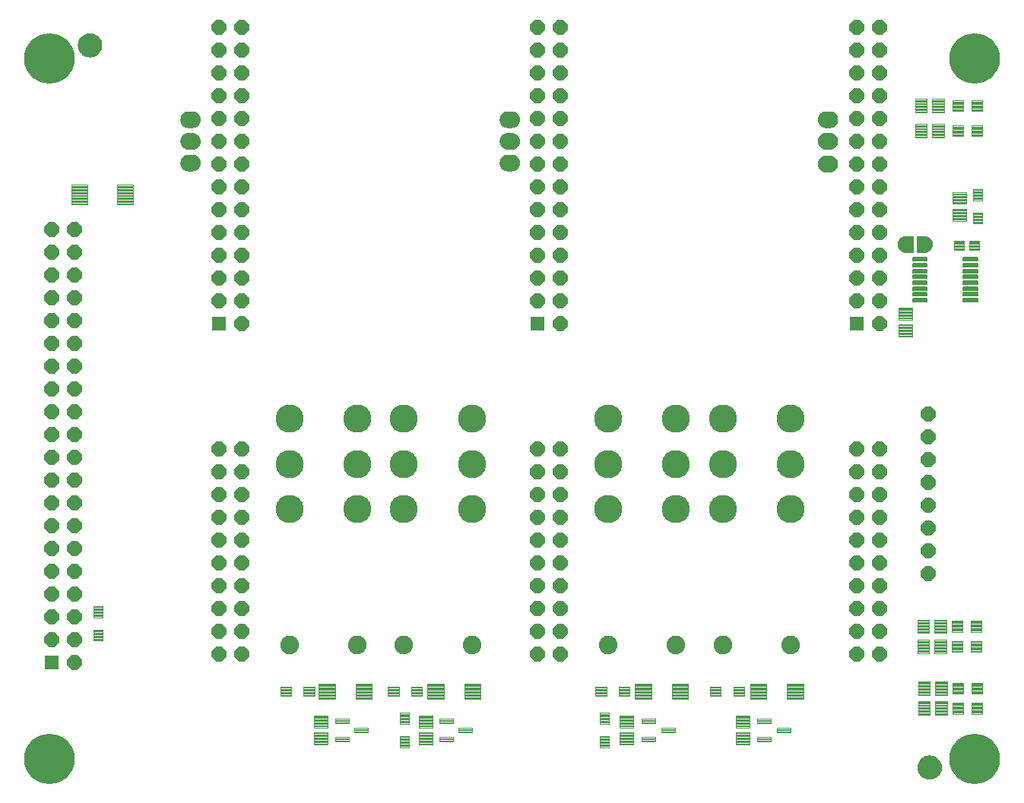
<source format=gts>
G75*
%MOIN*%
%OFA0B0*%
%FSLAX25Y25*%
%IPPOS*%
%LPD*%
%AMOC8*
5,1,8,0,0,1.08239X$1,22.5*
%
%ADD10C,0.12311*%
%ADD11C,0.08177*%
%ADD12C,0.00444*%
%ADD13C,0.00432*%
%ADD14C,0.00486*%
%ADD15C,0.00449*%
%ADD16C,0.00418*%
%ADD17OC8,0.06406*%
%ADD18R,0.06406X0.06406*%
%ADD19C,0.00100*%
%ADD20C,0.00545*%
%ADD21C,0.00455*%
%ADD22C,0.00500*%
%ADD23C,0.22154*%
D10*
X0172752Y0145902D03*
X0172752Y0165744D03*
X0172752Y0185587D03*
X0202516Y0185587D03*
X0222949Y0185587D03*
X0222949Y0165744D03*
X0202516Y0165744D03*
X0202516Y0145902D03*
X0222949Y0145902D03*
X0252713Y0145902D03*
X0252713Y0165744D03*
X0252713Y0185587D03*
X0312516Y0185587D03*
X0312516Y0165744D03*
X0312516Y0145902D03*
X0342280Y0145902D03*
X0362713Y0145902D03*
X0362713Y0165744D03*
X0342280Y0165744D03*
X0342280Y0185587D03*
X0362713Y0185587D03*
X0392476Y0185587D03*
X0392476Y0165744D03*
X0392476Y0145902D03*
D11*
X0392476Y0086374D03*
X0362713Y0086374D03*
X0342280Y0086374D03*
X0312516Y0086374D03*
X0252713Y0086374D03*
X0222949Y0086374D03*
X0202516Y0086374D03*
X0172752Y0086374D03*
D12*
X0173418Y0064032D02*
X0168638Y0064032D01*
X0168638Y0068024D01*
X0173418Y0068024D01*
X0173418Y0064032D01*
X0173418Y0064475D02*
X0168638Y0064475D01*
X0168638Y0064918D02*
X0173418Y0064918D01*
X0173418Y0065361D02*
X0168638Y0065361D01*
X0168638Y0065804D02*
X0173418Y0065804D01*
X0173418Y0066247D02*
X0168638Y0066247D01*
X0168638Y0066690D02*
X0173418Y0066690D01*
X0173418Y0067133D02*
X0168638Y0067133D01*
X0168638Y0067576D02*
X0173418Y0067576D01*
X0173418Y0068019D02*
X0168638Y0068019D01*
X0178874Y0064032D02*
X0183654Y0064032D01*
X0178874Y0064032D02*
X0178874Y0068024D01*
X0183654Y0068024D01*
X0183654Y0064032D01*
X0183654Y0064475D02*
X0178874Y0064475D01*
X0178874Y0064918D02*
X0183654Y0064918D01*
X0183654Y0065361D02*
X0178874Y0065361D01*
X0178874Y0065804D02*
X0183654Y0065804D01*
X0183654Y0066247D02*
X0178874Y0066247D01*
X0178874Y0066690D02*
X0183654Y0066690D01*
X0183654Y0067133D02*
X0178874Y0067133D01*
X0178874Y0067576D02*
X0183654Y0067576D01*
X0183654Y0068019D02*
X0178874Y0068019D01*
X0215888Y0064032D02*
X0220668Y0064032D01*
X0215888Y0064032D02*
X0215888Y0068024D01*
X0220668Y0068024D01*
X0220668Y0064032D01*
X0220668Y0064475D02*
X0215888Y0064475D01*
X0215888Y0064918D02*
X0220668Y0064918D01*
X0220668Y0065361D02*
X0215888Y0065361D01*
X0215888Y0065804D02*
X0220668Y0065804D01*
X0220668Y0066247D02*
X0215888Y0066247D01*
X0215888Y0066690D02*
X0220668Y0066690D01*
X0220668Y0067133D02*
X0215888Y0067133D01*
X0215888Y0067576D02*
X0220668Y0067576D01*
X0220668Y0068019D02*
X0215888Y0068019D01*
X0226124Y0064032D02*
X0230904Y0064032D01*
X0226124Y0064032D02*
X0226124Y0068024D01*
X0230904Y0068024D01*
X0230904Y0064032D01*
X0230904Y0064475D02*
X0226124Y0064475D01*
X0226124Y0064918D02*
X0230904Y0064918D01*
X0230904Y0065361D02*
X0226124Y0065361D01*
X0226124Y0065804D02*
X0230904Y0065804D01*
X0230904Y0066247D02*
X0226124Y0066247D01*
X0226124Y0066690D02*
X0230904Y0066690D01*
X0230904Y0067133D02*
X0226124Y0067133D01*
X0226124Y0067576D02*
X0230904Y0067576D01*
X0230904Y0068019D02*
X0226124Y0068019D01*
X0225142Y0056536D02*
X0225142Y0051756D01*
X0221150Y0051756D01*
X0221150Y0056536D01*
X0225142Y0056536D01*
X0225142Y0052199D02*
X0221150Y0052199D01*
X0221150Y0052642D02*
X0225142Y0052642D01*
X0225142Y0053085D02*
X0221150Y0053085D01*
X0221150Y0053528D02*
X0225142Y0053528D01*
X0225142Y0053971D02*
X0221150Y0053971D01*
X0221150Y0054414D02*
X0225142Y0054414D01*
X0225142Y0054857D02*
X0221150Y0054857D01*
X0221150Y0055300D02*
X0225142Y0055300D01*
X0225142Y0055743D02*
X0221150Y0055743D01*
X0221150Y0056186D02*
X0225142Y0056186D01*
X0225142Y0046299D02*
X0225142Y0041519D01*
X0221150Y0041519D01*
X0221150Y0046299D01*
X0225142Y0046299D01*
X0225142Y0041962D02*
X0221150Y0041962D01*
X0221150Y0042405D02*
X0225142Y0042405D01*
X0225142Y0042848D02*
X0221150Y0042848D01*
X0221150Y0043291D02*
X0225142Y0043291D01*
X0225142Y0043734D02*
X0221150Y0043734D01*
X0221150Y0044177D02*
X0225142Y0044177D01*
X0225142Y0044620D02*
X0221150Y0044620D01*
X0221150Y0045063D02*
X0225142Y0045063D01*
X0225142Y0045506D02*
X0221150Y0045506D01*
X0221150Y0045949D02*
X0225142Y0045949D01*
X0308900Y0046299D02*
X0308900Y0041519D01*
X0308900Y0046299D02*
X0312892Y0046299D01*
X0312892Y0041519D01*
X0308900Y0041519D01*
X0308900Y0041962D02*
X0312892Y0041962D01*
X0312892Y0042405D02*
X0308900Y0042405D01*
X0308900Y0042848D02*
X0312892Y0042848D01*
X0312892Y0043291D02*
X0308900Y0043291D01*
X0308900Y0043734D02*
X0312892Y0043734D01*
X0312892Y0044177D02*
X0308900Y0044177D01*
X0308900Y0044620D02*
X0312892Y0044620D01*
X0312892Y0045063D02*
X0308900Y0045063D01*
X0308900Y0045506D02*
X0312892Y0045506D01*
X0312892Y0045949D02*
X0308900Y0045949D01*
X0308900Y0051756D02*
X0308900Y0056536D01*
X0312892Y0056536D01*
X0312892Y0051756D01*
X0308900Y0051756D01*
X0308900Y0052199D02*
X0312892Y0052199D01*
X0312892Y0052642D02*
X0308900Y0052642D01*
X0308900Y0053085D02*
X0312892Y0053085D01*
X0312892Y0053528D02*
X0308900Y0053528D01*
X0308900Y0053971D02*
X0312892Y0053971D01*
X0312892Y0054414D02*
X0308900Y0054414D01*
X0308900Y0054857D02*
X0312892Y0054857D01*
X0312892Y0055300D02*
X0308900Y0055300D01*
X0308900Y0055743D02*
X0312892Y0055743D01*
X0312892Y0056186D02*
X0308900Y0056186D01*
X0306888Y0064032D02*
X0311668Y0064032D01*
X0306888Y0064032D02*
X0306888Y0068024D01*
X0311668Y0068024D01*
X0311668Y0064032D01*
X0311668Y0064475D02*
X0306888Y0064475D01*
X0306888Y0064918D02*
X0311668Y0064918D01*
X0311668Y0065361D02*
X0306888Y0065361D01*
X0306888Y0065804D02*
X0311668Y0065804D01*
X0311668Y0066247D02*
X0306888Y0066247D01*
X0306888Y0066690D02*
X0311668Y0066690D01*
X0311668Y0067133D02*
X0306888Y0067133D01*
X0306888Y0067576D02*
X0311668Y0067576D01*
X0311668Y0068019D02*
X0306888Y0068019D01*
X0317124Y0064032D02*
X0321904Y0064032D01*
X0317124Y0064032D02*
X0317124Y0068024D01*
X0321904Y0068024D01*
X0321904Y0064032D01*
X0321904Y0064475D02*
X0317124Y0064475D01*
X0317124Y0064918D02*
X0321904Y0064918D01*
X0321904Y0065361D02*
X0317124Y0065361D01*
X0317124Y0065804D02*
X0321904Y0065804D01*
X0321904Y0066247D02*
X0317124Y0066247D01*
X0317124Y0066690D02*
X0321904Y0066690D01*
X0321904Y0067133D02*
X0317124Y0067133D01*
X0317124Y0067576D02*
X0321904Y0067576D01*
X0321904Y0068019D02*
X0317124Y0068019D01*
X0357138Y0064032D02*
X0361918Y0064032D01*
X0357138Y0064032D02*
X0357138Y0068024D01*
X0361918Y0068024D01*
X0361918Y0064032D01*
X0361918Y0064475D02*
X0357138Y0064475D01*
X0357138Y0064918D02*
X0361918Y0064918D01*
X0361918Y0065361D02*
X0357138Y0065361D01*
X0357138Y0065804D02*
X0361918Y0065804D01*
X0361918Y0066247D02*
X0357138Y0066247D01*
X0357138Y0066690D02*
X0361918Y0066690D01*
X0361918Y0067133D02*
X0357138Y0067133D01*
X0357138Y0067576D02*
X0361918Y0067576D01*
X0361918Y0068019D02*
X0357138Y0068019D01*
X0367374Y0064032D02*
X0372154Y0064032D01*
X0367374Y0064032D02*
X0367374Y0068024D01*
X0372154Y0068024D01*
X0372154Y0064032D01*
X0372154Y0064475D02*
X0367374Y0064475D01*
X0367374Y0064918D02*
X0372154Y0064918D01*
X0372154Y0065361D02*
X0367374Y0065361D01*
X0367374Y0065804D02*
X0372154Y0065804D01*
X0372154Y0066247D02*
X0367374Y0066247D01*
X0367374Y0066690D02*
X0372154Y0066690D01*
X0372154Y0067133D02*
X0367374Y0067133D01*
X0367374Y0067576D02*
X0372154Y0067576D01*
X0372154Y0068019D02*
X0367374Y0068019D01*
X0464106Y0263524D02*
X0468492Y0263524D01*
X0468492Y0259532D01*
X0464106Y0259532D01*
X0464106Y0263524D01*
X0464106Y0259975D02*
X0468492Y0259975D01*
X0468492Y0260418D02*
X0464106Y0260418D01*
X0464106Y0260861D02*
X0468492Y0260861D01*
X0468492Y0261304D02*
X0464106Y0261304D01*
X0464106Y0261747D02*
X0468492Y0261747D01*
X0468492Y0262190D02*
X0464106Y0262190D01*
X0464106Y0262633D02*
X0468492Y0262633D01*
X0468492Y0263076D02*
X0464106Y0263076D01*
X0464106Y0263519D02*
X0468492Y0263519D01*
X0470799Y0263524D02*
X0475185Y0263524D01*
X0475185Y0259532D01*
X0470799Y0259532D01*
X0470799Y0263524D01*
X0470799Y0259975D02*
X0475185Y0259975D01*
X0475185Y0260418D02*
X0470799Y0260418D01*
X0470799Y0260861D02*
X0475185Y0260861D01*
X0475185Y0261304D02*
X0470799Y0261304D01*
X0470799Y0261747D02*
X0475185Y0261747D01*
X0475185Y0262190D02*
X0470799Y0262190D01*
X0470799Y0262633D02*
X0475185Y0262633D01*
X0475185Y0263076D02*
X0470799Y0263076D01*
X0470799Y0263519D02*
X0475185Y0263519D01*
X0476392Y0271269D02*
X0476392Y0276049D01*
X0476392Y0271269D02*
X0472400Y0271269D01*
X0472400Y0276049D01*
X0476392Y0276049D01*
X0476392Y0271712D02*
X0472400Y0271712D01*
X0472400Y0272155D02*
X0476392Y0272155D01*
X0476392Y0272598D02*
X0472400Y0272598D01*
X0472400Y0273041D02*
X0476392Y0273041D01*
X0476392Y0273484D02*
X0472400Y0273484D01*
X0472400Y0273927D02*
X0476392Y0273927D01*
X0476392Y0274370D02*
X0472400Y0274370D01*
X0472400Y0274813D02*
X0476392Y0274813D01*
X0476392Y0275256D02*
X0472400Y0275256D01*
X0472400Y0275699D02*
X0476392Y0275699D01*
X0476392Y0281506D02*
X0476392Y0286286D01*
X0476392Y0281506D02*
X0472400Y0281506D01*
X0472400Y0286286D01*
X0476392Y0286286D01*
X0476392Y0281949D02*
X0472400Y0281949D01*
X0472400Y0282392D02*
X0476392Y0282392D01*
X0476392Y0282835D02*
X0472400Y0282835D01*
X0472400Y0283278D02*
X0476392Y0283278D01*
X0476392Y0283721D02*
X0472400Y0283721D01*
X0472400Y0284164D02*
X0476392Y0284164D01*
X0476392Y0284607D02*
X0472400Y0284607D01*
X0472400Y0285050D02*
X0476392Y0285050D01*
X0476392Y0285493D02*
X0472400Y0285493D01*
X0472400Y0285936D02*
X0476392Y0285936D01*
X0086900Y0103286D02*
X0086900Y0098506D01*
X0086900Y0103286D02*
X0090892Y0103286D01*
X0090892Y0098506D01*
X0086900Y0098506D01*
X0086900Y0098949D02*
X0090892Y0098949D01*
X0090892Y0099392D02*
X0086900Y0099392D01*
X0086900Y0099835D02*
X0090892Y0099835D01*
X0090892Y0100278D02*
X0086900Y0100278D01*
X0086900Y0100721D02*
X0090892Y0100721D01*
X0090892Y0101164D02*
X0086900Y0101164D01*
X0086900Y0101607D02*
X0090892Y0101607D01*
X0090892Y0102050D02*
X0086900Y0102050D01*
X0086900Y0102493D02*
X0090892Y0102493D01*
X0090892Y0102936D02*
X0086900Y0102936D01*
X0086900Y0093049D02*
X0086900Y0088269D01*
X0086900Y0093049D02*
X0090892Y0093049D01*
X0090892Y0088269D01*
X0086900Y0088269D01*
X0086900Y0088712D02*
X0090892Y0088712D01*
X0090892Y0089155D02*
X0086900Y0089155D01*
X0086900Y0089598D02*
X0090892Y0089598D01*
X0090892Y0090041D02*
X0086900Y0090041D01*
X0086900Y0090484D02*
X0090892Y0090484D01*
X0090892Y0090927D02*
X0086900Y0090927D01*
X0086900Y0091370D02*
X0090892Y0091370D01*
X0090892Y0091813D02*
X0086900Y0091813D01*
X0086900Y0092256D02*
X0090892Y0092256D01*
X0090892Y0092699D02*
X0086900Y0092699D01*
D13*
X0185498Y0069408D02*
X0192652Y0069408D01*
X0192652Y0062648D01*
X0185498Y0062648D01*
X0185498Y0069408D01*
X0185498Y0063079D02*
X0192652Y0063079D01*
X0192652Y0063510D02*
X0185498Y0063510D01*
X0185498Y0063941D02*
X0192652Y0063941D01*
X0192652Y0064372D02*
X0185498Y0064372D01*
X0185498Y0064803D02*
X0192652Y0064803D01*
X0192652Y0065234D02*
X0185498Y0065234D01*
X0185498Y0065665D02*
X0192652Y0065665D01*
X0192652Y0066096D02*
X0185498Y0066096D01*
X0185498Y0066527D02*
X0192652Y0066527D01*
X0192652Y0066958D02*
X0185498Y0066958D01*
X0185498Y0067389D02*
X0192652Y0067389D01*
X0192652Y0067820D02*
X0185498Y0067820D01*
X0185498Y0068251D02*
X0192652Y0068251D01*
X0192652Y0068682D02*
X0185498Y0068682D01*
X0185498Y0069113D02*
X0192652Y0069113D01*
X0201640Y0069408D02*
X0208794Y0069408D01*
X0208794Y0062648D01*
X0201640Y0062648D01*
X0201640Y0069408D01*
X0201640Y0063079D02*
X0208794Y0063079D01*
X0208794Y0063510D02*
X0201640Y0063510D01*
X0201640Y0063941D02*
X0208794Y0063941D01*
X0208794Y0064372D02*
X0201640Y0064372D01*
X0201640Y0064803D02*
X0208794Y0064803D01*
X0208794Y0065234D02*
X0201640Y0065234D01*
X0201640Y0065665D02*
X0208794Y0065665D01*
X0208794Y0066096D02*
X0201640Y0066096D01*
X0201640Y0066527D02*
X0208794Y0066527D01*
X0208794Y0066958D02*
X0201640Y0066958D01*
X0201640Y0067389D02*
X0208794Y0067389D01*
X0208794Y0067820D02*
X0201640Y0067820D01*
X0201640Y0068251D02*
X0208794Y0068251D01*
X0208794Y0068682D02*
X0201640Y0068682D01*
X0201640Y0069113D02*
X0208794Y0069113D01*
X0233248Y0069408D02*
X0240402Y0069408D01*
X0240402Y0062648D01*
X0233248Y0062648D01*
X0233248Y0069408D01*
X0233248Y0063079D02*
X0240402Y0063079D01*
X0240402Y0063510D02*
X0233248Y0063510D01*
X0233248Y0063941D02*
X0240402Y0063941D01*
X0240402Y0064372D02*
X0233248Y0064372D01*
X0233248Y0064803D02*
X0240402Y0064803D01*
X0240402Y0065234D02*
X0233248Y0065234D01*
X0233248Y0065665D02*
X0240402Y0065665D01*
X0240402Y0066096D02*
X0233248Y0066096D01*
X0233248Y0066527D02*
X0240402Y0066527D01*
X0240402Y0066958D02*
X0233248Y0066958D01*
X0233248Y0067389D02*
X0240402Y0067389D01*
X0240402Y0067820D02*
X0233248Y0067820D01*
X0233248Y0068251D02*
X0240402Y0068251D01*
X0240402Y0068682D02*
X0233248Y0068682D01*
X0233248Y0069113D02*
X0240402Y0069113D01*
X0249390Y0069408D02*
X0256544Y0069408D01*
X0256544Y0062648D01*
X0249390Y0062648D01*
X0249390Y0069408D01*
X0249390Y0063079D02*
X0256544Y0063079D01*
X0256544Y0063510D02*
X0249390Y0063510D01*
X0249390Y0063941D02*
X0256544Y0063941D01*
X0256544Y0064372D02*
X0249390Y0064372D01*
X0249390Y0064803D02*
X0256544Y0064803D01*
X0256544Y0065234D02*
X0249390Y0065234D01*
X0249390Y0065665D02*
X0256544Y0065665D01*
X0256544Y0066096D02*
X0249390Y0066096D01*
X0249390Y0066527D02*
X0256544Y0066527D01*
X0256544Y0066958D02*
X0249390Y0066958D01*
X0249390Y0067389D02*
X0256544Y0067389D01*
X0256544Y0067820D02*
X0249390Y0067820D01*
X0249390Y0068251D02*
X0256544Y0068251D01*
X0256544Y0068682D02*
X0249390Y0068682D01*
X0249390Y0069113D02*
X0256544Y0069113D01*
X0324248Y0069408D02*
X0331402Y0069408D01*
X0331402Y0062648D01*
X0324248Y0062648D01*
X0324248Y0069408D01*
X0324248Y0063079D02*
X0331402Y0063079D01*
X0331402Y0063510D02*
X0324248Y0063510D01*
X0324248Y0063941D02*
X0331402Y0063941D01*
X0331402Y0064372D02*
X0324248Y0064372D01*
X0324248Y0064803D02*
X0331402Y0064803D01*
X0331402Y0065234D02*
X0324248Y0065234D01*
X0324248Y0065665D02*
X0331402Y0065665D01*
X0331402Y0066096D02*
X0324248Y0066096D01*
X0324248Y0066527D02*
X0331402Y0066527D01*
X0331402Y0066958D02*
X0324248Y0066958D01*
X0324248Y0067389D02*
X0331402Y0067389D01*
X0331402Y0067820D02*
X0324248Y0067820D01*
X0324248Y0068251D02*
X0331402Y0068251D01*
X0331402Y0068682D02*
X0324248Y0068682D01*
X0324248Y0069113D02*
X0331402Y0069113D01*
X0340390Y0069408D02*
X0347544Y0069408D01*
X0347544Y0062648D01*
X0340390Y0062648D01*
X0340390Y0069408D01*
X0340390Y0063079D02*
X0347544Y0063079D01*
X0347544Y0063510D02*
X0340390Y0063510D01*
X0340390Y0063941D02*
X0347544Y0063941D01*
X0347544Y0064372D02*
X0340390Y0064372D01*
X0340390Y0064803D02*
X0347544Y0064803D01*
X0347544Y0065234D02*
X0340390Y0065234D01*
X0340390Y0065665D02*
X0347544Y0065665D01*
X0347544Y0066096D02*
X0340390Y0066096D01*
X0340390Y0066527D02*
X0347544Y0066527D01*
X0347544Y0066958D02*
X0340390Y0066958D01*
X0340390Y0067389D02*
X0347544Y0067389D01*
X0347544Y0067820D02*
X0340390Y0067820D01*
X0340390Y0068251D02*
X0347544Y0068251D01*
X0347544Y0068682D02*
X0340390Y0068682D01*
X0340390Y0069113D02*
X0347544Y0069113D01*
X0374748Y0069408D02*
X0381902Y0069408D01*
X0381902Y0062648D01*
X0374748Y0062648D01*
X0374748Y0069408D01*
X0374748Y0063079D02*
X0381902Y0063079D01*
X0381902Y0063510D02*
X0374748Y0063510D01*
X0374748Y0063941D02*
X0381902Y0063941D01*
X0381902Y0064372D02*
X0374748Y0064372D01*
X0374748Y0064803D02*
X0381902Y0064803D01*
X0381902Y0065234D02*
X0374748Y0065234D01*
X0374748Y0065665D02*
X0381902Y0065665D01*
X0381902Y0066096D02*
X0374748Y0066096D01*
X0374748Y0066527D02*
X0381902Y0066527D01*
X0381902Y0066958D02*
X0374748Y0066958D01*
X0374748Y0067389D02*
X0381902Y0067389D01*
X0381902Y0067820D02*
X0374748Y0067820D01*
X0374748Y0068251D02*
X0381902Y0068251D01*
X0381902Y0068682D02*
X0374748Y0068682D01*
X0374748Y0069113D02*
X0381902Y0069113D01*
X0390890Y0069408D02*
X0398044Y0069408D01*
X0398044Y0062648D01*
X0390890Y0062648D01*
X0390890Y0069408D01*
X0390890Y0063079D02*
X0398044Y0063079D01*
X0398044Y0063510D02*
X0390890Y0063510D01*
X0390890Y0063941D02*
X0398044Y0063941D01*
X0398044Y0064372D02*
X0390890Y0064372D01*
X0390890Y0064803D02*
X0398044Y0064803D01*
X0398044Y0065234D02*
X0390890Y0065234D01*
X0390890Y0065665D02*
X0398044Y0065665D01*
X0398044Y0066096D02*
X0390890Y0066096D01*
X0390890Y0066527D02*
X0398044Y0066527D01*
X0398044Y0066958D02*
X0390890Y0066958D01*
X0390890Y0067389D02*
X0398044Y0067389D01*
X0398044Y0067820D02*
X0390890Y0067820D01*
X0390890Y0068251D02*
X0398044Y0068251D01*
X0398044Y0068682D02*
X0390890Y0068682D01*
X0390890Y0069113D02*
X0398044Y0069113D01*
D14*
X0383903Y0051921D02*
X0377889Y0051921D01*
X0377889Y0054135D01*
X0383903Y0054135D01*
X0383903Y0051921D01*
X0383903Y0052406D02*
X0377889Y0052406D01*
X0377889Y0052891D02*
X0383903Y0052891D01*
X0383903Y0053376D02*
X0377889Y0053376D01*
X0377889Y0053861D02*
X0383903Y0053861D01*
X0386389Y0047921D02*
X0392403Y0047921D01*
X0386389Y0047921D02*
X0386389Y0050135D01*
X0392403Y0050135D01*
X0392403Y0047921D01*
X0392403Y0048406D02*
X0386389Y0048406D01*
X0386389Y0048891D02*
X0392403Y0048891D01*
X0392403Y0049376D02*
X0386389Y0049376D01*
X0386389Y0049861D02*
X0392403Y0049861D01*
X0383903Y0043921D02*
X0377889Y0043921D01*
X0377889Y0046135D01*
X0383903Y0046135D01*
X0383903Y0043921D01*
X0383903Y0044406D02*
X0377889Y0044406D01*
X0377889Y0044891D02*
X0383903Y0044891D01*
X0383903Y0045376D02*
X0377889Y0045376D01*
X0377889Y0045861D02*
X0383903Y0045861D01*
X0341653Y0047921D02*
X0335639Y0047921D01*
X0335639Y0050135D01*
X0341653Y0050135D01*
X0341653Y0047921D01*
X0341653Y0048406D02*
X0335639Y0048406D01*
X0335639Y0048891D02*
X0341653Y0048891D01*
X0341653Y0049376D02*
X0335639Y0049376D01*
X0335639Y0049861D02*
X0341653Y0049861D01*
X0333153Y0051921D02*
X0327139Y0051921D01*
X0327139Y0054135D01*
X0333153Y0054135D01*
X0333153Y0051921D01*
X0333153Y0052406D02*
X0327139Y0052406D01*
X0327139Y0052891D02*
X0333153Y0052891D01*
X0333153Y0053376D02*
X0327139Y0053376D01*
X0327139Y0053861D02*
X0333153Y0053861D01*
X0333153Y0043921D02*
X0327139Y0043921D01*
X0327139Y0046135D01*
X0333153Y0046135D01*
X0333153Y0043921D01*
X0333153Y0044406D02*
X0327139Y0044406D01*
X0327139Y0044891D02*
X0333153Y0044891D01*
X0333153Y0045376D02*
X0327139Y0045376D01*
X0327139Y0045861D02*
X0333153Y0045861D01*
X0252853Y0047921D02*
X0246839Y0047921D01*
X0246839Y0050135D01*
X0252853Y0050135D01*
X0252853Y0047921D01*
X0252853Y0048406D02*
X0246839Y0048406D01*
X0246839Y0048891D02*
X0252853Y0048891D01*
X0252853Y0049376D02*
X0246839Y0049376D01*
X0246839Y0049861D02*
X0252853Y0049861D01*
X0244353Y0051921D02*
X0238339Y0051921D01*
X0238339Y0054135D01*
X0244353Y0054135D01*
X0244353Y0051921D01*
X0244353Y0052406D02*
X0238339Y0052406D01*
X0238339Y0052891D02*
X0244353Y0052891D01*
X0244353Y0053376D02*
X0238339Y0053376D01*
X0238339Y0053861D02*
X0244353Y0053861D01*
X0244353Y0043921D02*
X0238339Y0043921D01*
X0238339Y0046135D01*
X0244353Y0046135D01*
X0244353Y0043921D01*
X0244353Y0044406D02*
X0238339Y0044406D01*
X0238339Y0044891D02*
X0244353Y0044891D01*
X0244353Y0045376D02*
X0238339Y0045376D01*
X0238339Y0045861D02*
X0244353Y0045861D01*
X0207153Y0047921D02*
X0201139Y0047921D01*
X0201139Y0050135D01*
X0207153Y0050135D01*
X0207153Y0047921D01*
X0207153Y0048406D02*
X0201139Y0048406D01*
X0201139Y0048891D02*
X0207153Y0048891D01*
X0207153Y0049376D02*
X0201139Y0049376D01*
X0201139Y0049861D02*
X0207153Y0049861D01*
X0198653Y0051921D02*
X0192639Y0051921D01*
X0192639Y0054135D01*
X0198653Y0054135D01*
X0198653Y0051921D01*
X0198653Y0052406D02*
X0192639Y0052406D01*
X0192639Y0052891D02*
X0198653Y0052891D01*
X0198653Y0053376D02*
X0192639Y0053376D01*
X0192639Y0053861D02*
X0198653Y0053861D01*
X0198653Y0043921D02*
X0192639Y0043921D01*
X0192639Y0046135D01*
X0198653Y0046135D01*
X0198653Y0043921D01*
X0198653Y0044406D02*
X0192639Y0044406D01*
X0192639Y0044891D02*
X0198653Y0044891D01*
X0198653Y0045376D02*
X0192639Y0045376D01*
X0192639Y0045861D02*
X0198653Y0045861D01*
D15*
X0189375Y0047872D02*
X0189375Y0042702D01*
X0183417Y0042702D01*
X0183417Y0047872D01*
X0189375Y0047872D01*
X0189375Y0043150D02*
X0183417Y0043150D01*
X0183417Y0043598D02*
X0189375Y0043598D01*
X0189375Y0044046D02*
X0183417Y0044046D01*
X0183417Y0044494D02*
X0189375Y0044494D01*
X0189375Y0044942D02*
X0183417Y0044942D01*
X0183417Y0045390D02*
X0189375Y0045390D01*
X0189375Y0045838D02*
X0183417Y0045838D01*
X0183417Y0046286D02*
X0189375Y0046286D01*
X0189375Y0046734D02*
X0183417Y0046734D01*
X0183417Y0047182D02*
X0189375Y0047182D01*
X0189375Y0047630D02*
X0183417Y0047630D01*
X0189375Y0050183D02*
X0189375Y0055353D01*
X0189375Y0050183D02*
X0183417Y0050183D01*
X0183417Y0055353D01*
X0189375Y0055353D01*
X0189375Y0050631D02*
X0183417Y0050631D01*
X0183417Y0051079D02*
X0189375Y0051079D01*
X0189375Y0051527D02*
X0183417Y0051527D01*
X0183417Y0051975D02*
X0189375Y0051975D01*
X0189375Y0052423D02*
X0183417Y0052423D01*
X0183417Y0052871D02*
X0189375Y0052871D01*
X0189375Y0053319D02*
X0183417Y0053319D01*
X0183417Y0053767D02*
X0189375Y0053767D01*
X0189375Y0054215D02*
X0183417Y0054215D01*
X0183417Y0054663D02*
X0189375Y0054663D01*
X0189375Y0055111D02*
X0183417Y0055111D01*
X0235375Y0055353D02*
X0235375Y0050183D01*
X0229417Y0050183D01*
X0229417Y0055353D01*
X0235375Y0055353D01*
X0235375Y0050631D02*
X0229417Y0050631D01*
X0229417Y0051079D02*
X0235375Y0051079D01*
X0235375Y0051527D02*
X0229417Y0051527D01*
X0229417Y0051975D02*
X0235375Y0051975D01*
X0235375Y0052423D02*
X0229417Y0052423D01*
X0229417Y0052871D02*
X0235375Y0052871D01*
X0235375Y0053319D02*
X0229417Y0053319D01*
X0229417Y0053767D02*
X0235375Y0053767D01*
X0235375Y0054215D02*
X0229417Y0054215D01*
X0229417Y0054663D02*
X0235375Y0054663D01*
X0235375Y0055111D02*
X0229417Y0055111D01*
X0235375Y0047872D02*
X0235375Y0042702D01*
X0229417Y0042702D01*
X0229417Y0047872D01*
X0235375Y0047872D01*
X0235375Y0043150D02*
X0229417Y0043150D01*
X0229417Y0043598D02*
X0235375Y0043598D01*
X0235375Y0044046D02*
X0229417Y0044046D01*
X0229417Y0044494D02*
X0235375Y0044494D01*
X0235375Y0044942D02*
X0229417Y0044942D01*
X0229417Y0045390D02*
X0235375Y0045390D01*
X0235375Y0045838D02*
X0229417Y0045838D01*
X0229417Y0046286D02*
X0235375Y0046286D01*
X0235375Y0046734D02*
X0229417Y0046734D01*
X0229417Y0047182D02*
X0235375Y0047182D01*
X0235375Y0047630D02*
X0229417Y0047630D01*
X0323375Y0047872D02*
X0323375Y0042702D01*
X0317417Y0042702D01*
X0317417Y0047872D01*
X0323375Y0047872D01*
X0323375Y0043150D02*
X0317417Y0043150D01*
X0317417Y0043598D02*
X0323375Y0043598D01*
X0323375Y0044046D02*
X0317417Y0044046D01*
X0317417Y0044494D02*
X0323375Y0044494D01*
X0323375Y0044942D02*
X0317417Y0044942D01*
X0317417Y0045390D02*
X0323375Y0045390D01*
X0323375Y0045838D02*
X0317417Y0045838D01*
X0317417Y0046286D02*
X0323375Y0046286D01*
X0323375Y0046734D02*
X0317417Y0046734D01*
X0317417Y0047182D02*
X0323375Y0047182D01*
X0323375Y0047630D02*
X0317417Y0047630D01*
X0323375Y0050183D02*
X0323375Y0055353D01*
X0323375Y0050183D02*
X0317417Y0050183D01*
X0317417Y0055353D01*
X0323375Y0055353D01*
X0323375Y0050631D02*
X0317417Y0050631D01*
X0317417Y0051079D02*
X0323375Y0051079D01*
X0323375Y0051527D02*
X0317417Y0051527D01*
X0317417Y0051975D02*
X0323375Y0051975D01*
X0323375Y0052423D02*
X0317417Y0052423D01*
X0317417Y0052871D02*
X0323375Y0052871D01*
X0323375Y0053319D02*
X0317417Y0053319D01*
X0317417Y0053767D02*
X0323375Y0053767D01*
X0323375Y0054215D02*
X0317417Y0054215D01*
X0317417Y0054663D02*
X0323375Y0054663D01*
X0323375Y0055111D02*
X0317417Y0055111D01*
X0374375Y0055353D02*
X0374375Y0050183D01*
X0368417Y0050183D01*
X0368417Y0055353D01*
X0374375Y0055353D01*
X0374375Y0050631D02*
X0368417Y0050631D01*
X0368417Y0051079D02*
X0374375Y0051079D01*
X0374375Y0051527D02*
X0368417Y0051527D01*
X0368417Y0051975D02*
X0374375Y0051975D01*
X0374375Y0052423D02*
X0368417Y0052423D01*
X0368417Y0052871D02*
X0374375Y0052871D01*
X0374375Y0053319D02*
X0368417Y0053319D01*
X0368417Y0053767D02*
X0374375Y0053767D01*
X0374375Y0054215D02*
X0368417Y0054215D01*
X0368417Y0054663D02*
X0374375Y0054663D01*
X0374375Y0055111D02*
X0368417Y0055111D01*
X0374375Y0047872D02*
X0374375Y0042702D01*
X0368417Y0042702D01*
X0368417Y0047872D01*
X0374375Y0047872D01*
X0374375Y0043150D02*
X0368417Y0043150D01*
X0368417Y0043598D02*
X0374375Y0043598D01*
X0374375Y0044046D02*
X0368417Y0044046D01*
X0368417Y0044494D02*
X0374375Y0044494D01*
X0374375Y0044942D02*
X0368417Y0044942D01*
X0368417Y0045390D02*
X0374375Y0045390D01*
X0374375Y0045838D02*
X0368417Y0045838D01*
X0368417Y0046286D02*
X0374375Y0046286D01*
X0374375Y0046734D02*
X0368417Y0046734D01*
X0368417Y0047182D02*
X0374375Y0047182D01*
X0374375Y0047630D02*
X0368417Y0047630D01*
X0448371Y0061557D02*
X0453541Y0061557D01*
X0453541Y0055599D01*
X0448371Y0055599D01*
X0448371Y0061557D01*
X0448371Y0056047D02*
X0453541Y0056047D01*
X0453541Y0056495D02*
X0448371Y0056495D01*
X0448371Y0056943D02*
X0453541Y0056943D01*
X0453541Y0057391D02*
X0448371Y0057391D01*
X0448371Y0057839D02*
X0453541Y0057839D01*
X0453541Y0058287D02*
X0448371Y0058287D01*
X0448371Y0058735D02*
X0453541Y0058735D01*
X0453541Y0059183D02*
X0448371Y0059183D01*
X0448371Y0059631D02*
X0453541Y0059631D01*
X0453541Y0060079D02*
X0448371Y0060079D01*
X0448371Y0060527D02*
X0453541Y0060527D01*
X0453541Y0060975D02*
X0448371Y0060975D01*
X0448371Y0061423D02*
X0453541Y0061423D01*
X0455851Y0061557D02*
X0461021Y0061557D01*
X0461021Y0055599D01*
X0455851Y0055599D01*
X0455851Y0061557D01*
X0455851Y0056047D02*
X0461021Y0056047D01*
X0461021Y0056495D02*
X0455851Y0056495D01*
X0455851Y0056943D02*
X0461021Y0056943D01*
X0461021Y0057391D02*
X0455851Y0057391D01*
X0455851Y0057839D02*
X0461021Y0057839D01*
X0461021Y0058287D02*
X0455851Y0058287D01*
X0455851Y0058735D02*
X0461021Y0058735D01*
X0461021Y0059183D02*
X0455851Y0059183D01*
X0455851Y0059631D02*
X0461021Y0059631D01*
X0461021Y0060079D02*
X0455851Y0060079D01*
X0455851Y0060527D02*
X0461021Y0060527D01*
X0461021Y0060975D02*
X0455851Y0060975D01*
X0455851Y0061423D02*
X0461021Y0061423D01*
X0461021Y0070307D02*
X0455851Y0070307D01*
X0461021Y0070307D02*
X0461021Y0064349D01*
X0455851Y0064349D01*
X0455851Y0070307D01*
X0455851Y0064797D02*
X0461021Y0064797D01*
X0461021Y0065245D02*
X0455851Y0065245D01*
X0455851Y0065693D02*
X0461021Y0065693D01*
X0461021Y0066141D02*
X0455851Y0066141D01*
X0455851Y0066589D02*
X0461021Y0066589D01*
X0461021Y0067037D02*
X0455851Y0067037D01*
X0455851Y0067485D02*
X0461021Y0067485D01*
X0461021Y0067933D02*
X0455851Y0067933D01*
X0455851Y0068381D02*
X0461021Y0068381D01*
X0461021Y0068829D02*
X0455851Y0068829D01*
X0455851Y0069277D02*
X0461021Y0069277D01*
X0461021Y0069725D02*
X0455851Y0069725D01*
X0455851Y0070173D02*
X0461021Y0070173D01*
X0453541Y0070307D02*
X0448371Y0070307D01*
X0453541Y0070307D02*
X0453541Y0064349D01*
X0448371Y0064349D01*
X0448371Y0070307D01*
X0448371Y0064797D02*
X0453541Y0064797D01*
X0453541Y0065245D02*
X0448371Y0065245D01*
X0448371Y0065693D02*
X0453541Y0065693D01*
X0453541Y0066141D02*
X0448371Y0066141D01*
X0448371Y0066589D02*
X0453541Y0066589D01*
X0453541Y0067037D02*
X0448371Y0067037D01*
X0448371Y0067485D02*
X0453541Y0067485D01*
X0453541Y0067933D02*
X0448371Y0067933D01*
X0448371Y0068381D02*
X0453541Y0068381D01*
X0453541Y0068829D02*
X0448371Y0068829D01*
X0448371Y0069277D02*
X0453541Y0069277D01*
X0453541Y0069725D02*
X0448371Y0069725D01*
X0448371Y0070173D02*
X0453541Y0070173D01*
X0453241Y0088757D02*
X0448071Y0088757D01*
X0453241Y0088757D02*
X0453241Y0082799D01*
X0448071Y0082799D01*
X0448071Y0088757D01*
X0448071Y0083247D02*
X0453241Y0083247D01*
X0453241Y0083695D02*
X0448071Y0083695D01*
X0448071Y0084143D02*
X0453241Y0084143D01*
X0453241Y0084591D02*
X0448071Y0084591D01*
X0448071Y0085039D02*
X0453241Y0085039D01*
X0453241Y0085487D02*
X0448071Y0085487D01*
X0448071Y0085935D02*
X0453241Y0085935D01*
X0453241Y0086383D02*
X0448071Y0086383D01*
X0448071Y0086831D02*
X0453241Y0086831D01*
X0453241Y0087279D02*
X0448071Y0087279D01*
X0448071Y0087727D02*
X0453241Y0087727D01*
X0453241Y0088175D02*
X0448071Y0088175D01*
X0448071Y0088623D02*
X0453241Y0088623D01*
X0455551Y0088757D02*
X0460721Y0088757D01*
X0460721Y0082799D01*
X0455551Y0082799D01*
X0455551Y0088757D01*
X0455551Y0083247D02*
X0460721Y0083247D01*
X0460721Y0083695D02*
X0455551Y0083695D01*
X0455551Y0084143D02*
X0460721Y0084143D01*
X0460721Y0084591D02*
X0455551Y0084591D01*
X0455551Y0085039D02*
X0460721Y0085039D01*
X0460721Y0085487D02*
X0455551Y0085487D01*
X0455551Y0085935D02*
X0460721Y0085935D01*
X0460721Y0086383D02*
X0455551Y0086383D01*
X0455551Y0086831D02*
X0460721Y0086831D01*
X0460721Y0087279D02*
X0455551Y0087279D01*
X0455551Y0087727D02*
X0460721Y0087727D01*
X0460721Y0088175D02*
X0455551Y0088175D01*
X0455551Y0088623D02*
X0460721Y0088623D01*
X0460721Y0097507D02*
X0455551Y0097507D01*
X0460721Y0097507D02*
X0460721Y0091549D01*
X0455551Y0091549D01*
X0455551Y0097507D01*
X0455551Y0091997D02*
X0460721Y0091997D01*
X0460721Y0092445D02*
X0455551Y0092445D01*
X0455551Y0092893D02*
X0460721Y0092893D01*
X0460721Y0093341D02*
X0455551Y0093341D01*
X0455551Y0093789D02*
X0460721Y0093789D01*
X0460721Y0094237D02*
X0455551Y0094237D01*
X0455551Y0094685D02*
X0460721Y0094685D01*
X0460721Y0095133D02*
X0455551Y0095133D01*
X0455551Y0095581D02*
X0460721Y0095581D01*
X0460721Y0096029D02*
X0455551Y0096029D01*
X0455551Y0096477D02*
X0460721Y0096477D01*
X0460721Y0096925D02*
X0455551Y0096925D01*
X0455551Y0097373D02*
X0460721Y0097373D01*
X0453241Y0097507D02*
X0448071Y0097507D01*
X0453241Y0097507D02*
X0453241Y0091549D01*
X0448071Y0091549D01*
X0448071Y0097507D01*
X0448071Y0091997D02*
X0453241Y0091997D01*
X0453241Y0092445D02*
X0448071Y0092445D01*
X0448071Y0092893D02*
X0453241Y0092893D01*
X0453241Y0093341D02*
X0448071Y0093341D01*
X0448071Y0093789D02*
X0453241Y0093789D01*
X0453241Y0094237D02*
X0448071Y0094237D01*
X0448071Y0094685D02*
X0453241Y0094685D01*
X0453241Y0095133D02*
X0448071Y0095133D01*
X0448071Y0095581D02*
X0453241Y0095581D01*
X0453241Y0096029D02*
X0448071Y0096029D01*
X0448071Y0096477D02*
X0453241Y0096477D01*
X0453241Y0096925D02*
X0448071Y0096925D01*
X0448071Y0097373D02*
X0453241Y0097373D01*
X0439667Y0221702D02*
X0439667Y0226872D01*
X0445625Y0226872D01*
X0445625Y0221702D01*
X0439667Y0221702D01*
X0439667Y0222150D02*
X0445625Y0222150D01*
X0445625Y0222598D02*
X0439667Y0222598D01*
X0439667Y0223046D02*
X0445625Y0223046D01*
X0445625Y0223494D02*
X0439667Y0223494D01*
X0439667Y0223942D02*
X0445625Y0223942D01*
X0445625Y0224390D02*
X0439667Y0224390D01*
X0439667Y0224838D02*
X0445625Y0224838D01*
X0445625Y0225286D02*
X0439667Y0225286D01*
X0439667Y0225734D02*
X0445625Y0225734D01*
X0445625Y0226182D02*
X0439667Y0226182D01*
X0439667Y0226630D02*
X0445625Y0226630D01*
X0439667Y0229183D02*
X0439667Y0234353D01*
X0445625Y0234353D01*
X0445625Y0229183D01*
X0439667Y0229183D01*
X0439667Y0229631D02*
X0445625Y0229631D01*
X0445625Y0230079D02*
X0439667Y0230079D01*
X0439667Y0230527D02*
X0445625Y0230527D01*
X0445625Y0230975D02*
X0439667Y0230975D01*
X0439667Y0231423D02*
X0445625Y0231423D01*
X0445625Y0231871D02*
X0439667Y0231871D01*
X0439667Y0232319D02*
X0445625Y0232319D01*
X0445625Y0232767D02*
X0439667Y0232767D01*
X0439667Y0233215D02*
X0445625Y0233215D01*
X0445625Y0233663D02*
X0439667Y0233663D01*
X0439667Y0234111D02*
X0445625Y0234111D01*
X0469375Y0272452D02*
X0469375Y0277622D01*
X0469375Y0272452D02*
X0463417Y0272452D01*
X0463417Y0277622D01*
X0469375Y0277622D01*
X0469375Y0272900D02*
X0463417Y0272900D01*
X0463417Y0273348D02*
X0469375Y0273348D01*
X0469375Y0273796D02*
X0463417Y0273796D01*
X0463417Y0274244D02*
X0469375Y0274244D01*
X0469375Y0274692D02*
X0463417Y0274692D01*
X0463417Y0275140D02*
X0469375Y0275140D01*
X0469375Y0275588D02*
X0463417Y0275588D01*
X0463417Y0276036D02*
X0469375Y0276036D01*
X0469375Y0276484D02*
X0463417Y0276484D01*
X0463417Y0276932D02*
X0469375Y0276932D01*
X0469375Y0277380D02*
X0463417Y0277380D01*
X0469375Y0279933D02*
X0469375Y0285103D01*
X0469375Y0279933D02*
X0463417Y0279933D01*
X0463417Y0285103D01*
X0469375Y0285103D01*
X0469375Y0280381D02*
X0463417Y0280381D01*
X0463417Y0280829D02*
X0469375Y0280829D01*
X0469375Y0281277D02*
X0463417Y0281277D01*
X0463417Y0281725D02*
X0469375Y0281725D01*
X0469375Y0282173D02*
X0463417Y0282173D01*
X0463417Y0282621D02*
X0469375Y0282621D01*
X0469375Y0283069D02*
X0463417Y0283069D01*
X0463417Y0283517D02*
X0469375Y0283517D01*
X0469375Y0283965D02*
X0463417Y0283965D01*
X0463417Y0284413D02*
X0469375Y0284413D01*
X0469375Y0284861D02*
X0463417Y0284861D01*
X0459721Y0309049D02*
X0454551Y0309049D01*
X0454551Y0315007D01*
X0459721Y0315007D01*
X0459721Y0309049D01*
X0459721Y0309497D02*
X0454551Y0309497D01*
X0454551Y0309945D02*
X0459721Y0309945D01*
X0459721Y0310393D02*
X0454551Y0310393D01*
X0454551Y0310841D02*
X0459721Y0310841D01*
X0459721Y0311289D02*
X0454551Y0311289D01*
X0454551Y0311737D02*
X0459721Y0311737D01*
X0459721Y0312185D02*
X0454551Y0312185D01*
X0454551Y0312633D02*
X0459721Y0312633D01*
X0459721Y0313081D02*
X0454551Y0313081D01*
X0454551Y0313529D02*
X0459721Y0313529D01*
X0459721Y0313977D02*
X0454551Y0313977D01*
X0454551Y0314425D02*
X0459721Y0314425D01*
X0459721Y0314873D02*
X0454551Y0314873D01*
X0452241Y0309049D02*
X0447071Y0309049D01*
X0447071Y0315007D01*
X0452241Y0315007D01*
X0452241Y0309049D01*
X0452241Y0309497D02*
X0447071Y0309497D01*
X0447071Y0309945D02*
X0452241Y0309945D01*
X0452241Y0310393D02*
X0447071Y0310393D01*
X0447071Y0310841D02*
X0452241Y0310841D01*
X0452241Y0311289D02*
X0447071Y0311289D01*
X0447071Y0311737D02*
X0452241Y0311737D01*
X0452241Y0312185D02*
X0447071Y0312185D01*
X0447071Y0312633D02*
X0452241Y0312633D01*
X0452241Y0313081D02*
X0447071Y0313081D01*
X0447071Y0313529D02*
X0452241Y0313529D01*
X0452241Y0313977D02*
X0447071Y0313977D01*
X0447071Y0314425D02*
X0452241Y0314425D01*
X0452241Y0314873D02*
X0447071Y0314873D01*
X0447071Y0320049D02*
X0452241Y0320049D01*
X0447071Y0320049D02*
X0447071Y0326007D01*
X0452241Y0326007D01*
X0452241Y0320049D01*
X0452241Y0320497D02*
X0447071Y0320497D01*
X0447071Y0320945D02*
X0452241Y0320945D01*
X0452241Y0321393D02*
X0447071Y0321393D01*
X0447071Y0321841D02*
X0452241Y0321841D01*
X0452241Y0322289D02*
X0447071Y0322289D01*
X0447071Y0322737D02*
X0452241Y0322737D01*
X0452241Y0323185D02*
X0447071Y0323185D01*
X0447071Y0323633D02*
X0452241Y0323633D01*
X0452241Y0324081D02*
X0447071Y0324081D01*
X0447071Y0324529D02*
X0452241Y0324529D01*
X0452241Y0324977D02*
X0447071Y0324977D01*
X0447071Y0325425D02*
X0452241Y0325425D01*
X0452241Y0325873D02*
X0447071Y0325873D01*
X0454551Y0320049D02*
X0459721Y0320049D01*
X0454551Y0320049D02*
X0454551Y0326007D01*
X0459721Y0326007D01*
X0459721Y0320049D01*
X0459721Y0320497D02*
X0454551Y0320497D01*
X0454551Y0320945D02*
X0459721Y0320945D01*
X0459721Y0321393D02*
X0454551Y0321393D01*
X0454551Y0321841D02*
X0459721Y0321841D01*
X0459721Y0322289D02*
X0454551Y0322289D01*
X0454551Y0322737D02*
X0459721Y0322737D01*
X0459721Y0323185D02*
X0454551Y0323185D01*
X0454551Y0323633D02*
X0459721Y0323633D01*
X0459721Y0324081D02*
X0454551Y0324081D01*
X0454551Y0324529D02*
X0459721Y0324529D01*
X0459721Y0324977D02*
X0454551Y0324977D01*
X0454551Y0325425D02*
X0459721Y0325425D01*
X0459721Y0325873D02*
X0454551Y0325873D01*
D16*
X0463359Y0325431D02*
X0463359Y0320625D01*
X0463359Y0325431D02*
X0468165Y0325431D01*
X0468165Y0320625D01*
X0463359Y0320625D01*
X0463359Y0321042D02*
X0468165Y0321042D01*
X0468165Y0321459D02*
X0463359Y0321459D01*
X0463359Y0321876D02*
X0468165Y0321876D01*
X0468165Y0322293D02*
X0463359Y0322293D01*
X0463359Y0322710D02*
X0468165Y0322710D01*
X0468165Y0323127D02*
X0463359Y0323127D01*
X0463359Y0323544D02*
X0468165Y0323544D01*
X0468165Y0323961D02*
X0463359Y0323961D01*
X0463359Y0324378D02*
X0468165Y0324378D01*
X0468165Y0324795D02*
X0463359Y0324795D01*
X0463359Y0325212D02*
X0468165Y0325212D01*
X0471627Y0325431D02*
X0471627Y0320625D01*
X0471627Y0325431D02*
X0476433Y0325431D01*
X0476433Y0320625D01*
X0471627Y0320625D01*
X0471627Y0321042D02*
X0476433Y0321042D01*
X0476433Y0321459D02*
X0471627Y0321459D01*
X0471627Y0321876D02*
X0476433Y0321876D01*
X0476433Y0322293D02*
X0471627Y0322293D01*
X0471627Y0322710D02*
X0476433Y0322710D01*
X0476433Y0323127D02*
X0471627Y0323127D01*
X0471627Y0323544D02*
X0476433Y0323544D01*
X0476433Y0323961D02*
X0471627Y0323961D01*
X0471627Y0324378D02*
X0476433Y0324378D01*
X0476433Y0324795D02*
X0471627Y0324795D01*
X0471627Y0325212D02*
X0476433Y0325212D01*
X0471627Y0314431D02*
X0471627Y0309625D01*
X0471627Y0314431D02*
X0476433Y0314431D01*
X0476433Y0309625D01*
X0471627Y0309625D01*
X0471627Y0310042D02*
X0476433Y0310042D01*
X0476433Y0310459D02*
X0471627Y0310459D01*
X0471627Y0310876D02*
X0476433Y0310876D01*
X0476433Y0311293D02*
X0471627Y0311293D01*
X0471627Y0311710D02*
X0476433Y0311710D01*
X0476433Y0312127D02*
X0471627Y0312127D01*
X0471627Y0312544D02*
X0476433Y0312544D01*
X0476433Y0312961D02*
X0471627Y0312961D01*
X0471627Y0313378D02*
X0476433Y0313378D01*
X0476433Y0313795D02*
X0471627Y0313795D01*
X0471627Y0314212D02*
X0476433Y0314212D01*
X0463359Y0314431D02*
X0463359Y0309625D01*
X0463359Y0314431D02*
X0468165Y0314431D01*
X0468165Y0309625D01*
X0463359Y0309625D01*
X0463359Y0310042D02*
X0468165Y0310042D01*
X0468165Y0310459D02*
X0463359Y0310459D01*
X0463359Y0310876D02*
X0468165Y0310876D01*
X0468165Y0311293D02*
X0463359Y0311293D01*
X0463359Y0311710D02*
X0468165Y0311710D01*
X0468165Y0312127D02*
X0463359Y0312127D01*
X0463359Y0312544D02*
X0468165Y0312544D01*
X0468165Y0312961D02*
X0463359Y0312961D01*
X0463359Y0313378D02*
X0468165Y0313378D01*
X0468165Y0313795D02*
X0463359Y0313795D01*
X0463359Y0314212D02*
X0468165Y0314212D01*
X0467915Y0096931D02*
X0467915Y0092125D01*
X0463109Y0092125D01*
X0463109Y0096931D01*
X0467915Y0096931D01*
X0467915Y0092542D02*
X0463109Y0092542D01*
X0463109Y0092959D02*
X0467915Y0092959D01*
X0467915Y0093376D02*
X0463109Y0093376D01*
X0463109Y0093793D02*
X0467915Y0093793D01*
X0467915Y0094210D02*
X0463109Y0094210D01*
X0463109Y0094627D02*
X0467915Y0094627D01*
X0467915Y0095044D02*
X0463109Y0095044D01*
X0463109Y0095461D02*
X0467915Y0095461D01*
X0467915Y0095878D02*
X0463109Y0095878D01*
X0463109Y0096295D02*
X0467915Y0096295D01*
X0467915Y0096712D02*
X0463109Y0096712D01*
X0476183Y0096931D02*
X0476183Y0092125D01*
X0471377Y0092125D01*
X0471377Y0096931D01*
X0476183Y0096931D01*
X0476183Y0092542D02*
X0471377Y0092542D01*
X0471377Y0092959D02*
X0476183Y0092959D01*
X0476183Y0093376D02*
X0471377Y0093376D01*
X0471377Y0093793D02*
X0476183Y0093793D01*
X0476183Y0094210D02*
X0471377Y0094210D01*
X0471377Y0094627D02*
X0476183Y0094627D01*
X0476183Y0095044D02*
X0471377Y0095044D01*
X0471377Y0095461D02*
X0476183Y0095461D01*
X0476183Y0095878D02*
X0471377Y0095878D01*
X0471377Y0096295D02*
X0476183Y0096295D01*
X0476183Y0096712D02*
X0471377Y0096712D01*
X0476183Y0088181D02*
X0476183Y0083375D01*
X0471377Y0083375D01*
X0471377Y0088181D01*
X0476183Y0088181D01*
X0476183Y0083792D02*
X0471377Y0083792D01*
X0471377Y0084209D02*
X0476183Y0084209D01*
X0476183Y0084626D02*
X0471377Y0084626D01*
X0471377Y0085043D02*
X0476183Y0085043D01*
X0476183Y0085460D02*
X0471377Y0085460D01*
X0471377Y0085877D02*
X0476183Y0085877D01*
X0476183Y0086294D02*
X0471377Y0086294D01*
X0471377Y0086711D02*
X0476183Y0086711D01*
X0476183Y0087128D02*
X0471377Y0087128D01*
X0471377Y0087545D02*
X0476183Y0087545D01*
X0476183Y0087962D02*
X0471377Y0087962D01*
X0467915Y0088181D02*
X0467915Y0083375D01*
X0463109Y0083375D01*
X0463109Y0088181D01*
X0467915Y0088181D01*
X0467915Y0083792D02*
X0463109Y0083792D01*
X0463109Y0084209D02*
X0467915Y0084209D01*
X0467915Y0084626D02*
X0463109Y0084626D01*
X0463109Y0085043D02*
X0467915Y0085043D01*
X0467915Y0085460D02*
X0463109Y0085460D01*
X0463109Y0085877D02*
X0467915Y0085877D01*
X0467915Y0086294D02*
X0463109Y0086294D01*
X0463109Y0086711D02*
X0467915Y0086711D01*
X0467915Y0087128D02*
X0463109Y0087128D01*
X0463109Y0087545D02*
X0467915Y0087545D01*
X0467915Y0087962D02*
X0463109Y0087962D01*
X0468165Y0069731D02*
X0468165Y0064925D01*
X0463359Y0064925D01*
X0463359Y0069731D01*
X0468165Y0069731D01*
X0468165Y0065342D02*
X0463359Y0065342D01*
X0463359Y0065759D02*
X0468165Y0065759D01*
X0468165Y0066176D02*
X0463359Y0066176D01*
X0463359Y0066593D02*
X0468165Y0066593D01*
X0468165Y0067010D02*
X0463359Y0067010D01*
X0463359Y0067427D02*
X0468165Y0067427D01*
X0468165Y0067844D02*
X0463359Y0067844D01*
X0463359Y0068261D02*
X0468165Y0068261D01*
X0468165Y0068678D02*
X0463359Y0068678D01*
X0463359Y0069095D02*
X0468165Y0069095D01*
X0468165Y0069512D02*
X0463359Y0069512D01*
X0476433Y0069731D02*
X0476433Y0064925D01*
X0471627Y0064925D01*
X0471627Y0069731D01*
X0476433Y0069731D01*
X0476433Y0065342D02*
X0471627Y0065342D01*
X0471627Y0065759D02*
X0476433Y0065759D01*
X0476433Y0066176D02*
X0471627Y0066176D01*
X0471627Y0066593D02*
X0476433Y0066593D01*
X0476433Y0067010D02*
X0471627Y0067010D01*
X0471627Y0067427D02*
X0476433Y0067427D01*
X0476433Y0067844D02*
X0471627Y0067844D01*
X0471627Y0068261D02*
X0476433Y0068261D01*
X0476433Y0068678D02*
X0471627Y0068678D01*
X0471627Y0069095D02*
X0476433Y0069095D01*
X0476433Y0069512D02*
X0471627Y0069512D01*
X0476433Y0060981D02*
X0476433Y0056175D01*
X0471627Y0056175D01*
X0471627Y0060981D01*
X0476433Y0060981D01*
X0476433Y0056592D02*
X0471627Y0056592D01*
X0471627Y0057009D02*
X0476433Y0057009D01*
X0476433Y0057426D02*
X0471627Y0057426D01*
X0471627Y0057843D02*
X0476433Y0057843D01*
X0476433Y0058260D02*
X0471627Y0058260D01*
X0471627Y0058677D02*
X0476433Y0058677D01*
X0476433Y0059094D02*
X0471627Y0059094D01*
X0471627Y0059511D02*
X0476433Y0059511D01*
X0476433Y0059928D02*
X0471627Y0059928D01*
X0471627Y0060345D02*
X0476433Y0060345D01*
X0476433Y0060762D02*
X0471627Y0060762D01*
X0468165Y0060981D02*
X0468165Y0056175D01*
X0463359Y0056175D01*
X0463359Y0060981D01*
X0468165Y0060981D01*
X0468165Y0056592D02*
X0463359Y0056592D01*
X0463359Y0057009D02*
X0468165Y0057009D01*
X0468165Y0057426D02*
X0463359Y0057426D01*
X0463359Y0057843D02*
X0468165Y0057843D01*
X0468165Y0058260D02*
X0463359Y0058260D01*
X0463359Y0058677D02*
X0468165Y0058677D01*
X0468165Y0059094D02*
X0463359Y0059094D01*
X0463359Y0059511D02*
X0468165Y0059511D01*
X0468165Y0059928D02*
X0463359Y0059928D01*
X0463359Y0060345D02*
X0468165Y0060345D01*
X0468165Y0060762D02*
X0463359Y0060762D01*
D17*
X0431335Y0082319D03*
X0421335Y0082319D03*
X0421335Y0092319D03*
X0431335Y0092319D03*
X0431335Y0102319D03*
X0421335Y0102319D03*
X0421335Y0112319D03*
X0431335Y0112319D03*
X0431335Y0122319D03*
X0421335Y0122319D03*
X0421335Y0132319D03*
X0431335Y0132319D03*
X0431335Y0142319D03*
X0421335Y0142319D03*
X0421335Y0152319D03*
X0431335Y0152319D03*
X0431335Y0162319D03*
X0421335Y0162319D03*
X0421335Y0172319D03*
X0431335Y0172319D03*
X0452646Y0167778D03*
X0452646Y0177778D03*
X0452646Y0187778D03*
X0452646Y0157778D03*
X0452646Y0147778D03*
X0452646Y0137778D03*
X0452646Y0127778D03*
X0452646Y0117778D03*
X0431335Y0227516D03*
X0431335Y0237516D03*
X0421335Y0237516D03*
X0421335Y0247516D03*
X0431335Y0247516D03*
X0431335Y0257516D03*
X0421335Y0257516D03*
X0421335Y0267516D03*
X0431335Y0267516D03*
X0431335Y0277516D03*
X0421335Y0277516D03*
X0421335Y0287516D03*
X0431335Y0287516D03*
X0431335Y0297516D03*
X0421335Y0297516D03*
X0421335Y0307516D03*
X0431335Y0307516D03*
X0431335Y0317516D03*
X0421335Y0317516D03*
X0421335Y0327516D03*
X0431335Y0327516D03*
X0431335Y0337516D03*
X0421335Y0337516D03*
X0421335Y0347516D03*
X0431335Y0347516D03*
X0431335Y0357516D03*
X0421335Y0357516D03*
X0291571Y0357516D03*
X0281571Y0357516D03*
X0281571Y0347516D03*
X0291571Y0347516D03*
X0291571Y0337516D03*
X0281571Y0337516D03*
X0281571Y0327516D03*
X0291571Y0327516D03*
X0291571Y0317516D03*
X0281571Y0317516D03*
X0281571Y0307516D03*
X0291571Y0307516D03*
X0291571Y0297516D03*
X0281571Y0297516D03*
X0281571Y0287516D03*
X0291571Y0287516D03*
X0291571Y0277516D03*
X0281571Y0277516D03*
X0281571Y0267516D03*
X0291571Y0267516D03*
X0291571Y0257516D03*
X0281571Y0257516D03*
X0281571Y0247516D03*
X0291571Y0247516D03*
X0291571Y0237516D03*
X0281571Y0237516D03*
X0291571Y0227516D03*
X0291571Y0172319D03*
X0281571Y0172319D03*
X0281571Y0162319D03*
X0291571Y0162319D03*
X0291571Y0152319D03*
X0281571Y0152319D03*
X0281571Y0142319D03*
X0291571Y0142319D03*
X0291571Y0132319D03*
X0281571Y0132319D03*
X0281571Y0122319D03*
X0291571Y0122319D03*
X0291571Y0112319D03*
X0281571Y0112319D03*
X0281571Y0102319D03*
X0291571Y0102319D03*
X0291571Y0092319D03*
X0281571Y0092319D03*
X0281571Y0082319D03*
X0291571Y0082319D03*
X0151807Y0082319D03*
X0141807Y0082319D03*
X0141807Y0092319D03*
X0141807Y0102319D03*
X0151807Y0102319D03*
X0151807Y0092319D03*
X0151807Y0112319D03*
X0151807Y0122319D03*
X0141807Y0122319D03*
X0141807Y0112319D03*
X0141807Y0132319D03*
X0141807Y0142319D03*
X0151807Y0142319D03*
X0151807Y0132319D03*
X0151807Y0152319D03*
X0151807Y0162319D03*
X0141807Y0162319D03*
X0141807Y0152319D03*
X0141807Y0172319D03*
X0151807Y0172319D03*
X0151807Y0227516D03*
X0151807Y0237516D03*
X0141807Y0237516D03*
X0141807Y0247516D03*
X0141807Y0257516D03*
X0151807Y0257516D03*
X0151807Y0247516D03*
X0151807Y0267516D03*
X0151807Y0277516D03*
X0141807Y0277516D03*
X0141807Y0267516D03*
X0141807Y0287516D03*
X0141807Y0297516D03*
X0151807Y0297516D03*
X0151807Y0287516D03*
X0151807Y0307516D03*
X0151807Y0317516D03*
X0141807Y0317516D03*
X0141807Y0307516D03*
X0141807Y0327516D03*
X0141807Y0337516D03*
X0151807Y0337516D03*
X0151807Y0327516D03*
X0151807Y0347516D03*
X0151807Y0357516D03*
X0141807Y0357516D03*
X0141807Y0347516D03*
X0078343Y0268776D03*
X0078343Y0258776D03*
X0068343Y0258776D03*
X0068343Y0268776D03*
X0068343Y0248776D03*
X0078343Y0248776D03*
X0078343Y0238776D03*
X0068343Y0238776D03*
X0068343Y0228776D03*
X0078343Y0228776D03*
X0078343Y0218776D03*
X0068343Y0218776D03*
X0068343Y0208776D03*
X0078343Y0208776D03*
X0078343Y0198776D03*
X0068343Y0198776D03*
X0068343Y0188776D03*
X0078343Y0188776D03*
X0078343Y0178776D03*
X0078343Y0168776D03*
X0068343Y0168776D03*
X0068343Y0178776D03*
X0068343Y0158776D03*
X0078343Y0158776D03*
X0078343Y0148776D03*
X0068343Y0148776D03*
X0068343Y0138776D03*
X0078343Y0138776D03*
X0078343Y0128776D03*
X0068343Y0128776D03*
X0068343Y0118776D03*
X0078343Y0118776D03*
X0078343Y0108776D03*
X0068343Y0108776D03*
X0068343Y0098776D03*
X0078343Y0098776D03*
X0078343Y0088776D03*
X0068343Y0088776D03*
X0078343Y0078776D03*
D18*
X0068343Y0078776D03*
X0141807Y0227516D03*
X0281571Y0227516D03*
X0421335Y0227516D03*
D19*
X0440951Y0259367D02*
X0441556Y0259044D01*
X0442213Y0258845D01*
X0442896Y0258778D01*
X0446146Y0258778D01*
X0446146Y0265778D01*
X0442896Y0265778D01*
X0442213Y0265710D01*
X0441556Y0265511D01*
X0440951Y0265188D01*
X0440421Y0264752D01*
X0439986Y0264222D01*
X0439662Y0263617D01*
X0439463Y0262960D01*
X0439396Y0262278D01*
X0439463Y0261595D01*
X0439662Y0260938D01*
X0439986Y0260333D01*
X0440421Y0259803D01*
X0440951Y0259367D01*
X0440976Y0259354D02*
X0446146Y0259354D01*
X0446146Y0259255D02*
X0441161Y0259255D01*
X0441345Y0259157D02*
X0446146Y0259157D01*
X0446146Y0259058D02*
X0441529Y0259058D01*
X0441833Y0258960D02*
X0446146Y0258960D01*
X0446146Y0258861D02*
X0442158Y0258861D01*
X0440847Y0259453D02*
X0446146Y0259453D01*
X0446146Y0259551D02*
X0440727Y0259551D01*
X0440607Y0259650D02*
X0446146Y0259650D01*
X0446146Y0259748D02*
X0440487Y0259748D01*
X0440385Y0259847D02*
X0446146Y0259847D01*
X0446146Y0259945D02*
X0440304Y0259945D01*
X0440223Y0260044D02*
X0446146Y0260044D01*
X0446146Y0260142D02*
X0440142Y0260142D01*
X0440061Y0260241D02*
X0446146Y0260241D01*
X0446146Y0260339D02*
X0439982Y0260339D01*
X0439930Y0260438D02*
X0446146Y0260438D01*
X0446146Y0260536D02*
X0439877Y0260536D01*
X0439824Y0260635D02*
X0446146Y0260635D01*
X0446146Y0260733D02*
X0439772Y0260733D01*
X0439719Y0260832D02*
X0446146Y0260832D01*
X0446146Y0260930D02*
X0439666Y0260930D01*
X0439635Y0261029D02*
X0446146Y0261029D01*
X0446146Y0261127D02*
X0439605Y0261127D01*
X0439575Y0261226D02*
X0446146Y0261226D01*
X0446146Y0261324D02*
X0439545Y0261324D01*
X0439515Y0261423D02*
X0446146Y0261423D01*
X0446146Y0261521D02*
X0439485Y0261521D01*
X0439460Y0261620D02*
X0446146Y0261620D01*
X0446146Y0261718D02*
X0439451Y0261718D01*
X0439441Y0261817D02*
X0446146Y0261817D01*
X0446146Y0261915D02*
X0439431Y0261915D01*
X0439422Y0262014D02*
X0446146Y0262014D01*
X0446146Y0262112D02*
X0439412Y0262112D01*
X0439402Y0262211D02*
X0446146Y0262211D01*
X0446146Y0262309D02*
X0439399Y0262309D01*
X0439409Y0262408D02*
X0446146Y0262408D01*
X0446146Y0262506D02*
X0439418Y0262506D01*
X0439428Y0262605D02*
X0446146Y0262605D01*
X0446146Y0262703D02*
X0439438Y0262703D01*
X0439447Y0262802D02*
X0446146Y0262802D01*
X0446146Y0262900D02*
X0439457Y0262900D01*
X0439475Y0262999D02*
X0446146Y0262999D01*
X0446146Y0263097D02*
X0439505Y0263097D01*
X0439534Y0263196D02*
X0446146Y0263196D01*
X0446146Y0263294D02*
X0439564Y0263294D01*
X0439594Y0263393D02*
X0446146Y0263393D01*
X0446146Y0263491D02*
X0439624Y0263491D01*
X0439654Y0263590D02*
X0446146Y0263590D01*
X0446146Y0263689D02*
X0439700Y0263689D01*
X0439753Y0263787D02*
X0446146Y0263787D01*
X0446146Y0263886D02*
X0439806Y0263886D01*
X0439858Y0263984D02*
X0446146Y0263984D01*
X0446146Y0264083D02*
X0439911Y0264083D01*
X0439964Y0264181D02*
X0446146Y0264181D01*
X0446146Y0264280D02*
X0440033Y0264280D01*
X0440114Y0264378D02*
X0446146Y0264378D01*
X0446146Y0264477D02*
X0440194Y0264477D01*
X0440275Y0264575D02*
X0446146Y0264575D01*
X0446146Y0264674D02*
X0440356Y0264674D01*
X0440445Y0264772D02*
X0446146Y0264772D01*
X0446146Y0264871D02*
X0440565Y0264871D01*
X0440685Y0264969D02*
X0446146Y0264969D01*
X0446146Y0265068D02*
X0440805Y0265068D01*
X0440925Y0265166D02*
X0446146Y0265166D01*
X0446146Y0265265D02*
X0441095Y0265265D01*
X0441280Y0265363D02*
X0446146Y0265363D01*
X0446146Y0265462D02*
X0441464Y0265462D01*
X0441718Y0265560D02*
X0446146Y0265560D01*
X0446146Y0265659D02*
X0442043Y0265659D01*
X0442689Y0265757D02*
X0446146Y0265757D01*
X0447646Y0265757D02*
X0451102Y0265757D01*
X0450896Y0265778D02*
X0447646Y0265778D01*
X0447646Y0258778D01*
X0450896Y0258778D01*
X0451578Y0258845D01*
X0452235Y0259044D01*
X0452840Y0259367D01*
X0453371Y0259803D01*
X0453806Y0260333D01*
X0454129Y0260938D01*
X0454328Y0261595D01*
X0454396Y0262278D01*
X0454328Y0262960D01*
X0454129Y0263617D01*
X0453806Y0264222D01*
X0453371Y0264752D01*
X0452840Y0265188D01*
X0452235Y0265511D01*
X0451578Y0265710D01*
X0450896Y0265778D01*
X0451748Y0265659D02*
X0447646Y0265659D01*
X0447646Y0265560D02*
X0452073Y0265560D01*
X0452328Y0265462D02*
X0447646Y0265462D01*
X0447646Y0265363D02*
X0452512Y0265363D01*
X0452696Y0265265D02*
X0447646Y0265265D01*
X0447646Y0265166D02*
X0452866Y0265166D01*
X0452986Y0265068D02*
X0447646Y0265068D01*
X0447646Y0264969D02*
X0453106Y0264969D01*
X0453227Y0264871D02*
X0447646Y0264871D01*
X0447646Y0264772D02*
X0453347Y0264772D01*
X0453435Y0264674D02*
X0447646Y0264674D01*
X0447646Y0264575D02*
X0453516Y0264575D01*
X0453597Y0264477D02*
X0447646Y0264477D01*
X0447646Y0264378D02*
X0453678Y0264378D01*
X0453759Y0264280D02*
X0447646Y0264280D01*
X0447646Y0264181D02*
X0453828Y0264181D01*
X0453880Y0264083D02*
X0447646Y0264083D01*
X0447646Y0263984D02*
X0453933Y0263984D01*
X0453986Y0263886D02*
X0447646Y0263886D01*
X0447646Y0263787D02*
X0454038Y0263787D01*
X0454091Y0263689D02*
X0447646Y0263689D01*
X0447646Y0263590D02*
X0454137Y0263590D01*
X0454167Y0263491D02*
X0447646Y0263491D01*
X0447646Y0263393D02*
X0454197Y0263393D01*
X0454227Y0263294D02*
X0447646Y0263294D01*
X0447646Y0263196D02*
X0454257Y0263196D01*
X0454287Y0263097D02*
X0447646Y0263097D01*
X0447646Y0262999D02*
X0454317Y0262999D01*
X0454334Y0262900D02*
X0447646Y0262900D01*
X0447646Y0262802D02*
X0454344Y0262802D01*
X0454354Y0262703D02*
X0447646Y0262703D01*
X0447646Y0262605D02*
X0454363Y0262605D01*
X0454373Y0262506D02*
X0447646Y0262506D01*
X0447646Y0262408D02*
X0454383Y0262408D01*
X0454393Y0262309D02*
X0447646Y0262309D01*
X0447646Y0262211D02*
X0454389Y0262211D01*
X0454379Y0262112D02*
X0447646Y0262112D01*
X0447646Y0262014D02*
X0454370Y0262014D01*
X0454360Y0261915D02*
X0447646Y0261915D01*
X0447646Y0261817D02*
X0454350Y0261817D01*
X0454341Y0261718D02*
X0447646Y0261718D01*
X0447646Y0261620D02*
X0454331Y0261620D01*
X0454306Y0261521D02*
X0447646Y0261521D01*
X0447646Y0261423D02*
X0454276Y0261423D01*
X0454246Y0261324D02*
X0447646Y0261324D01*
X0447646Y0261226D02*
X0454216Y0261226D01*
X0454187Y0261127D02*
X0447646Y0261127D01*
X0447646Y0261029D02*
X0454157Y0261029D01*
X0454125Y0260930D02*
X0447646Y0260930D01*
X0447646Y0260832D02*
X0454072Y0260832D01*
X0454020Y0260733D02*
X0447646Y0260733D01*
X0447646Y0260635D02*
X0453967Y0260635D01*
X0453914Y0260536D02*
X0447646Y0260536D01*
X0447646Y0260438D02*
X0453862Y0260438D01*
X0453809Y0260339D02*
X0447646Y0260339D01*
X0447646Y0260241D02*
X0453730Y0260241D01*
X0453649Y0260142D02*
X0447646Y0260142D01*
X0447646Y0260044D02*
X0453568Y0260044D01*
X0453487Y0259945D02*
X0447646Y0259945D01*
X0447646Y0259847D02*
X0453407Y0259847D01*
X0453304Y0259748D02*
X0447646Y0259748D01*
X0447646Y0259650D02*
X0453184Y0259650D01*
X0453064Y0259551D02*
X0447646Y0259551D01*
X0447646Y0259453D02*
X0452944Y0259453D01*
X0452815Y0259354D02*
X0447646Y0259354D01*
X0447646Y0259255D02*
X0452631Y0259255D01*
X0452446Y0259157D02*
X0447646Y0259157D01*
X0447646Y0259058D02*
X0452262Y0259058D01*
X0451958Y0258960D02*
X0447646Y0258960D01*
X0447646Y0258861D02*
X0451633Y0258861D01*
X0411871Y0295021D02*
X0412306Y0295552D01*
X0412629Y0296157D01*
X0412828Y0296813D01*
X0412896Y0297496D01*
X0412828Y0298179D01*
X0412629Y0298835D01*
X0412306Y0299441D01*
X0411871Y0299971D01*
X0411340Y0300406D01*
X0410735Y0300730D01*
X0410078Y0300929D01*
X0409396Y0300996D01*
X0408646Y0300996D01*
X0408646Y0293996D01*
X0407896Y0293996D01*
X0407213Y0294063D01*
X0406556Y0294262D01*
X0405951Y0294586D01*
X0405421Y0295021D01*
X0404986Y0295552D01*
X0404662Y0296157D01*
X0404463Y0296813D01*
X0404396Y0297496D01*
X0404463Y0298179D01*
X0404662Y0298835D01*
X0404986Y0299441D01*
X0405421Y0299971D01*
X0405951Y0300406D01*
X0406556Y0300730D01*
X0407213Y0300929D01*
X0407896Y0300996D01*
X0408646Y0300996D01*
X0408646Y0293996D01*
X0409396Y0293996D01*
X0410078Y0294063D01*
X0410735Y0294262D01*
X0411340Y0294586D01*
X0411871Y0295021D01*
X0411863Y0295015D02*
X0408646Y0295015D01*
X0405428Y0295015D01*
X0405345Y0295114D02*
X0408646Y0295114D01*
X0411946Y0295114D01*
X0412027Y0295212D02*
X0408646Y0295212D01*
X0405264Y0295212D01*
X0405183Y0295311D02*
X0408646Y0295311D01*
X0412108Y0295311D01*
X0412189Y0295409D02*
X0408646Y0295409D01*
X0405102Y0295409D01*
X0405022Y0295508D02*
X0408646Y0295508D01*
X0412270Y0295508D01*
X0412335Y0295606D02*
X0408646Y0295606D01*
X0404956Y0295606D01*
X0404904Y0295705D02*
X0408646Y0295705D01*
X0412388Y0295705D01*
X0412440Y0295803D02*
X0408646Y0295803D01*
X0404851Y0295803D01*
X0404798Y0295902D02*
X0408646Y0295902D01*
X0412493Y0295902D01*
X0412546Y0296000D02*
X0408646Y0296000D01*
X0404746Y0296000D01*
X0404693Y0296099D02*
X0408646Y0296099D01*
X0412598Y0296099D01*
X0412642Y0296197D02*
X0408646Y0296197D01*
X0404650Y0296197D01*
X0404620Y0296296D02*
X0408646Y0296296D01*
X0412671Y0296296D01*
X0412701Y0296394D02*
X0408646Y0296394D01*
X0404590Y0296394D01*
X0404560Y0296493D02*
X0408646Y0296493D01*
X0412731Y0296493D01*
X0412761Y0296591D02*
X0408646Y0296591D01*
X0404530Y0296591D01*
X0404500Y0296690D02*
X0408646Y0296690D01*
X0412791Y0296690D01*
X0412821Y0296788D02*
X0408646Y0296788D01*
X0404470Y0296788D01*
X0404456Y0296887D02*
X0408646Y0296887D01*
X0412836Y0296887D01*
X0412845Y0296985D02*
X0408646Y0296985D01*
X0404446Y0296985D01*
X0404436Y0297084D02*
X0408646Y0297084D01*
X0412855Y0297084D01*
X0412865Y0297182D02*
X0408646Y0297182D01*
X0404427Y0297182D01*
X0404417Y0297281D02*
X0408646Y0297281D01*
X0412874Y0297281D01*
X0412884Y0297379D02*
X0408646Y0297379D01*
X0404407Y0297379D01*
X0404397Y0297478D02*
X0408646Y0297478D01*
X0412894Y0297478D01*
X0412888Y0297576D02*
X0408646Y0297576D01*
X0404404Y0297576D01*
X0404413Y0297675D02*
X0408646Y0297675D01*
X0412878Y0297675D01*
X0412868Y0297773D02*
X0408646Y0297773D01*
X0404423Y0297773D01*
X0404433Y0297872D02*
X0408646Y0297872D01*
X0412859Y0297872D01*
X0412849Y0297970D02*
X0408646Y0297970D01*
X0404442Y0297970D01*
X0404452Y0298069D02*
X0408646Y0298069D01*
X0412839Y0298069D01*
X0412830Y0298167D02*
X0408646Y0298167D01*
X0404462Y0298167D01*
X0404489Y0298266D02*
X0408646Y0298266D01*
X0412802Y0298266D01*
X0412772Y0298364D02*
X0408646Y0298364D01*
X0404519Y0298364D01*
X0404549Y0298463D02*
X0408646Y0298463D01*
X0412742Y0298463D01*
X0412712Y0298562D02*
X0408646Y0298562D01*
X0404579Y0298562D01*
X0404609Y0298660D02*
X0408646Y0298660D01*
X0412682Y0298660D01*
X0412653Y0298759D02*
X0408646Y0298759D01*
X0404639Y0298759D01*
X0404674Y0298857D02*
X0408646Y0298857D01*
X0412618Y0298857D01*
X0412565Y0298956D02*
X0408646Y0298956D01*
X0404726Y0298956D01*
X0404779Y0299054D02*
X0408646Y0299054D01*
X0412512Y0299054D01*
X0412460Y0299153D02*
X0408646Y0299153D01*
X0404832Y0299153D01*
X0404884Y0299251D02*
X0408646Y0299251D01*
X0412407Y0299251D01*
X0412354Y0299350D02*
X0408646Y0299350D01*
X0404937Y0299350D01*
X0404992Y0299448D02*
X0408646Y0299448D01*
X0412300Y0299448D01*
X0412219Y0299547D02*
X0408646Y0299547D01*
X0405073Y0299547D01*
X0405153Y0299645D02*
X0408646Y0299645D01*
X0412138Y0299645D01*
X0412057Y0299744D02*
X0408646Y0299744D01*
X0405234Y0299744D01*
X0405315Y0299842D02*
X0408646Y0299842D01*
X0411976Y0299842D01*
X0411895Y0299941D02*
X0408646Y0299941D01*
X0405396Y0299941D01*
X0405504Y0300039D02*
X0408646Y0300039D01*
X0411787Y0300039D01*
X0411667Y0300138D02*
X0408646Y0300138D01*
X0405624Y0300138D01*
X0405744Y0300236D02*
X0408646Y0300236D01*
X0411547Y0300236D01*
X0411427Y0300335D02*
X0408646Y0300335D01*
X0405864Y0300335D01*
X0406002Y0300433D02*
X0408646Y0300433D01*
X0411290Y0300433D01*
X0411105Y0300532D02*
X0408646Y0300532D01*
X0406186Y0300532D01*
X0406370Y0300630D02*
X0408646Y0300630D01*
X0410921Y0300630D01*
X0410737Y0300729D02*
X0408646Y0300729D01*
X0406555Y0300729D01*
X0406878Y0300827D02*
X0408646Y0300827D01*
X0410413Y0300827D01*
X0410088Y0300926D02*
X0408646Y0300926D01*
X0407203Y0300926D01*
X0407213Y0304063D02*
X0407896Y0303996D01*
X0408646Y0303996D01*
X0408646Y0310996D01*
X0409396Y0310996D01*
X0410078Y0310929D01*
X0410735Y0310730D01*
X0411340Y0310406D01*
X0411871Y0309971D01*
X0412306Y0309441D01*
X0412629Y0308835D01*
X0412828Y0308179D01*
X0412896Y0307496D01*
X0412828Y0306813D01*
X0412629Y0306157D01*
X0412306Y0305552D01*
X0411871Y0305021D01*
X0411340Y0304586D01*
X0410735Y0304262D01*
X0410078Y0304063D01*
X0409396Y0303996D01*
X0408646Y0303996D01*
X0408646Y0310996D01*
X0407896Y0310996D01*
X0407213Y0310929D01*
X0406556Y0310730D01*
X0405951Y0310406D01*
X0405421Y0309971D01*
X0404986Y0309441D01*
X0404662Y0308835D01*
X0404463Y0308179D01*
X0404396Y0307496D01*
X0404463Y0306813D01*
X0404662Y0306157D01*
X0404986Y0305552D01*
X0405421Y0305021D01*
X0405951Y0304586D01*
X0406556Y0304262D01*
X0407213Y0304063D01*
X0407164Y0304078D02*
X0408646Y0304078D01*
X0410127Y0304078D01*
X0410452Y0304177D02*
X0408646Y0304177D01*
X0406839Y0304177D01*
X0406533Y0304275D02*
X0408646Y0304275D01*
X0410759Y0304275D01*
X0410943Y0304374D02*
X0408646Y0304374D01*
X0406348Y0304374D01*
X0406164Y0304472D02*
X0408646Y0304472D01*
X0411127Y0304472D01*
X0411312Y0304571D02*
X0408646Y0304571D01*
X0405980Y0304571D01*
X0405850Y0304669D02*
X0408646Y0304669D01*
X0411442Y0304669D01*
X0411562Y0304768D02*
X0408646Y0304768D01*
X0405730Y0304768D01*
X0405610Y0304866D02*
X0408646Y0304866D01*
X0411682Y0304866D01*
X0411802Y0304965D02*
X0408646Y0304965D01*
X0405490Y0304965D01*
X0405386Y0305063D02*
X0408646Y0305063D01*
X0411905Y0305063D01*
X0411986Y0305162D02*
X0408646Y0305162D01*
X0405305Y0305162D01*
X0405225Y0305260D02*
X0408646Y0305260D01*
X0412067Y0305260D01*
X0412148Y0305359D02*
X0408646Y0305359D01*
X0405144Y0305359D01*
X0405063Y0305457D02*
X0408646Y0305457D01*
X0412228Y0305457D01*
X0412308Y0305556D02*
X0408646Y0305556D01*
X0404983Y0305556D01*
X0404931Y0305654D02*
X0408646Y0305654D01*
X0412361Y0305654D01*
X0412413Y0305753D02*
X0408646Y0305753D01*
X0404878Y0305753D01*
X0404825Y0305851D02*
X0408646Y0305851D01*
X0412466Y0305851D01*
X0412519Y0305950D02*
X0408646Y0305950D01*
X0404773Y0305950D01*
X0404720Y0306048D02*
X0408646Y0306048D01*
X0412571Y0306048D01*
X0412624Y0306147D02*
X0408646Y0306147D01*
X0404667Y0306147D01*
X0404635Y0306245D02*
X0408646Y0306245D01*
X0412656Y0306245D01*
X0412686Y0306344D02*
X0408646Y0306344D01*
X0404605Y0306344D01*
X0404575Y0306442D02*
X0408646Y0306442D01*
X0412716Y0306442D01*
X0412746Y0306541D02*
X0408646Y0306541D01*
X0404546Y0306541D01*
X0404516Y0306639D02*
X0408646Y0306639D01*
X0412776Y0306639D01*
X0412806Y0306738D02*
X0408646Y0306738D01*
X0404486Y0306738D01*
X0404461Y0306836D02*
X0408646Y0306836D01*
X0412831Y0306836D01*
X0412840Y0306935D02*
X0408646Y0306935D01*
X0404451Y0306935D01*
X0404441Y0307033D02*
X0408646Y0307033D01*
X0412850Y0307033D01*
X0412860Y0307132D02*
X0408646Y0307132D01*
X0404432Y0307132D01*
X0404422Y0307231D02*
X0408646Y0307231D01*
X0412870Y0307231D01*
X0412879Y0307329D02*
X0408646Y0307329D01*
X0404412Y0307329D01*
X0404402Y0307428D02*
X0408646Y0307428D01*
X0412889Y0307428D01*
X0412893Y0307526D02*
X0408646Y0307526D01*
X0404399Y0307526D01*
X0404408Y0307625D02*
X0408646Y0307625D01*
X0412883Y0307625D01*
X0412873Y0307723D02*
X0408646Y0307723D01*
X0404418Y0307723D01*
X0404428Y0307822D02*
X0408646Y0307822D01*
X0412864Y0307822D01*
X0412854Y0307920D02*
X0408646Y0307920D01*
X0404437Y0307920D01*
X0404447Y0308019D02*
X0408646Y0308019D01*
X0412844Y0308019D01*
X0412835Y0308117D02*
X0408646Y0308117D01*
X0404457Y0308117D01*
X0404474Y0308216D02*
X0408646Y0308216D01*
X0412817Y0308216D01*
X0412787Y0308314D02*
X0408646Y0308314D01*
X0404504Y0308314D01*
X0404534Y0308413D02*
X0408646Y0308413D01*
X0412758Y0308413D01*
X0412728Y0308511D02*
X0408646Y0308511D01*
X0404564Y0308511D01*
X0404594Y0308610D02*
X0408646Y0308610D01*
X0412698Y0308610D01*
X0412668Y0308708D02*
X0408646Y0308708D01*
X0404623Y0308708D01*
X0404653Y0308807D02*
X0408646Y0308807D01*
X0412638Y0308807D01*
X0412592Y0308905D02*
X0408646Y0308905D01*
X0404699Y0308905D01*
X0404752Y0309004D02*
X0408646Y0309004D01*
X0412539Y0309004D01*
X0412487Y0309102D02*
X0408646Y0309102D01*
X0404805Y0309102D01*
X0404857Y0309201D02*
X0408646Y0309201D01*
X0412434Y0309201D01*
X0412381Y0309299D02*
X0408646Y0309299D01*
X0404910Y0309299D01*
X0404963Y0309398D02*
X0408646Y0309398D01*
X0412329Y0309398D01*
X0412260Y0309496D02*
X0408646Y0309496D01*
X0405031Y0309496D01*
X0405112Y0309595D02*
X0408646Y0309595D01*
X0412179Y0309595D01*
X0412098Y0309693D02*
X0408646Y0309693D01*
X0405193Y0309693D01*
X0405274Y0309792D02*
X0408646Y0309792D01*
X0412018Y0309792D01*
X0411937Y0309890D02*
X0408646Y0309890D01*
X0405355Y0309890D01*
X0405443Y0309989D02*
X0408646Y0309989D01*
X0411849Y0309989D01*
X0411729Y0310087D02*
X0408646Y0310087D01*
X0405563Y0310087D01*
X0405683Y0310186D02*
X0408646Y0310186D01*
X0411609Y0310186D01*
X0411489Y0310284D02*
X0408646Y0310284D01*
X0405803Y0310284D01*
X0405923Y0310383D02*
X0408646Y0310383D01*
X0411369Y0310383D01*
X0411200Y0310481D02*
X0408646Y0310481D01*
X0406092Y0310481D01*
X0406276Y0310580D02*
X0408646Y0310580D01*
X0411015Y0310580D01*
X0410831Y0310678D02*
X0408646Y0310678D01*
X0406460Y0310678D01*
X0406712Y0310777D02*
X0408646Y0310777D01*
X0410579Y0310777D01*
X0410254Y0310875D02*
X0408646Y0310875D01*
X0407037Y0310875D01*
X0407671Y0310974D02*
X0408646Y0310974D01*
X0409620Y0310974D01*
X0409396Y0313496D02*
X0410078Y0313563D01*
X0410735Y0313762D01*
X0411340Y0314086D01*
X0411871Y0314521D01*
X0412306Y0315052D01*
X0412629Y0315657D01*
X0412828Y0316313D01*
X0412896Y0316996D01*
X0412828Y0317679D01*
X0412629Y0318335D01*
X0412306Y0318941D01*
X0411871Y0319471D01*
X0411340Y0319906D01*
X0410735Y0320230D01*
X0410078Y0320429D01*
X0409396Y0320496D01*
X0408646Y0320496D01*
X0408646Y0313496D01*
X0409396Y0313496D01*
X0409793Y0313535D02*
X0408646Y0313535D01*
X0407498Y0313535D01*
X0407213Y0313563D02*
X0407896Y0313496D01*
X0408646Y0313496D01*
X0408646Y0320496D01*
X0407896Y0320496D01*
X0407213Y0320429D01*
X0406556Y0320230D01*
X0405951Y0319906D01*
X0405421Y0319471D01*
X0404986Y0318941D01*
X0404662Y0318335D01*
X0404463Y0317679D01*
X0404396Y0316996D01*
X0404463Y0316313D01*
X0404662Y0315657D01*
X0404986Y0315052D01*
X0405421Y0314521D01*
X0405951Y0314086D01*
X0406556Y0313762D01*
X0407213Y0313563D01*
X0406981Y0313634D02*
X0408646Y0313634D01*
X0410311Y0313634D01*
X0410635Y0313732D02*
X0408646Y0313732D01*
X0406656Y0313732D01*
X0406429Y0313831D02*
X0408646Y0313831D01*
X0410863Y0313831D01*
X0411047Y0313929D02*
X0408646Y0313929D01*
X0406244Y0313929D01*
X0406060Y0314028D02*
X0408646Y0314028D01*
X0411231Y0314028D01*
X0411389Y0314126D02*
X0408646Y0314126D01*
X0405902Y0314126D01*
X0405782Y0314225D02*
X0408646Y0314225D01*
X0411509Y0314225D01*
X0411629Y0314323D02*
X0408646Y0314323D01*
X0405662Y0314323D01*
X0405542Y0314422D02*
X0408646Y0314422D01*
X0411749Y0314422D01*
X0411870Y0314520D02*
X0408646Y0314520D01*
X0405422Y0314520D01*
X0405341Y0314619D02*
X0408646Y0314619D01*
X0411951Y0314619D01*
X0412032Y0314717D02*
X0408646Y0314717D01*
X0405260Y0314717D01*
X0405179Y0314816D02*
X0408646Y0314816D01*
X0412112Y0314816D01*
X0412193Y0314914D02*
X0408646Y0314914D01*
X0405098Y0314914D01*
X0405017Y0315013D02*
X0408646Y0315013D01*
X0412274Y0315013D01*
X0412338Y0315111D02*
X0408646Y0315111D01*
X0404954Y0315111D01*
X0404901Y0315210D02*
X0408646Y0315210D01*
X0412390Y0315210D01*
X0412443Y0315308D02*
X0408646Y0315308D01*
X0404848Y0315308D01*
X0404796Y0315407D02*
X0408646Y0315407D01*
X0412496Y0315407D01*
X0412548Y0315505D02*
X0408646Y0315505D01*
X0404743Y0315505D01*
X0404690Y0315604D02*
X0408646Y0315604D01*
X0412601Y0315604D01*
X0412643Y0315702D02*
X0408646Y0315702D01*
X0404648Y0315702D01*
X0404618Y0315801D02*
X0408646Y0315801D01*
X0412673Y0315801D01*
X0412703Y0315900D02*
X0408646Y0315900D01*
X0404588Y0315900D01*
X0404559Y0315998D02*
X0408646Y0315998D01*
X0412733Y0315998D01*
X0412763Y0316097D02*
X0408646Y0316097D01*
X0404529Y0316097D01*
X0404499Y0316195D02*
X0408646Y0316195D01*
X0412793Y0316195D01*
X0412822Y0316294D02*
X0408646Y0316294D01*
X0404469Y0316294D01*
X0404455Y0316392D02*
X0408646Y0316392D01*
X0412836Y0316392D01*
X0412846Y0316491D02*
X0408646Y0316491D01*
X0404445Y0316491D01*
X0404436Y0316589D02*
X0408646Y0316589D01*
X0412856Y0316589D01*
X0412865Y0316688D02*
X0408646Y0316688D01*
X0404426Y0316688D01*
X0404416Y0316786D02*
X0408646Y0316786D01*
X0412875Y0316786D01*
X0412885Y0316885D02*
X0408646Y0316885D01*
X0404407Y0316885D01*
X0404397Y0316983D02*
X0408646Y0316983D01*
X0412894Y0316983D01*
X0412887Y0317082D02*
X0408646Y0317082D01*
X0404404Y0317082D01*
X0404414Y0317180D02*
X0408646Y0317180D01*
X0412878Y0317180D01*
X0412868Y0317279D02*
X0408646Y0317279D01*
X0404424Y0317279D01*
X0404433Y0317377D02*
X0408646Y0317377D01*
X0412858Y0317377D01*
X0412848Y0317476D02*
X0408646Y0317476D01*
X0404443Y0317476D01*
X0404453Y0317574D02*
X0408646Y0317574D01*
X0412839Y0317574D01*
X0412829Y0317673D02*
X0408646Y0317673D01*
X0404462Y0317673D01*
X0404491Y0317771D02*
X0408646Y0317771D01*
X0412800Y0317771D01*
X0412771Y0317870D02*
X0408646Y0317870D01*
X0404521Y0317870D01*
X0404551Y0317968D02*
X0408646Y0317968D01*
X0412741Y0317968D01*
X0412711Y0318067D02*
X0408646Y0318067D01*
X0404581Y0318067D01*
X0404610Y0318165D02*
X0408646Y0318165D01*
X0412681Y0318165D01*
X0412651Y0318264D02*
X0408646Y0318264D01*
X0404640Y0318264D01*
X0404676Y0318362D02*
X0408646Y0318362D01*
X0412615Y0318362D01*
X0412562Y0318461D02*
X0408646Y0318461D01*
X0404729Y0318461D01*
X0404782Y0318559D02*
X0408646Y0318559D01*
X0412510Y0318559D01*
X0412457Y0318658D02*
X0408646Y0318658D01*
X0404834Y0318658D01*
X0404887Y0318756D02*
X0408646Y0318756D01*
X0412404Y0318756D01*
X0412352Y0318855D02*
X0408646Y0318855D01*
X0404940Y0318855D01*
X0404996Y0318953D02*
X0408646Y0318953D01*
X0412295Y0318953D01*
X0412214Y0319052D02*
X0408646Y0319052D01*
X0405077Y0319052D01*
X0405158Y0319150D02*
X0408646Y0319150D01*
X0412134Y0319150D01*
X0412053Y0319249D02*
X0408646Y0319249D01*
X0405239Y0319249D01*
X0405319Y0319347D02*
X0408646Y0319347D01*
X0411972Y0319347D01*
X0411891Y0319446D02*
X0408646Y0319446D01*
X0405400Y0319446D01*
X0405510Y0319544D02*
X0408646Y0319544D01*
X0411781Y0319544D01*
X0411661Y0319643D02*
X0408646Y0319643D01*
X0405630Y0319643D01*
X0405750Y0319741D02*
X0408646Y0319741D01*
X0411541Y0319741D01*
X0411421Y0319840D02*
X0408646Y0319840D01*
X0405870Y0319840D01*
X0406012Y0319938D02*
X0408646Y0319938D01*
X0411280Y0319938D01*
X0411095Y0320037D02*
X0408646Y0320037D01*
X0406196Y0320037D01*
X0406380Y0320135D02*
X0408646Y0320135D01*
X0410911Y0320135D01*
X0410721Y0320234D02*
X0408646Y0320234D01*
X0406571Y0320234D01*
X0406895Y0320333D02*
X0408646Y0320333D01*
X0410396Y0320333D01*
X0410056Y0320431D02*
X0408646Y0320431D01*
X0407235Y0320431D01*
X0408646Y0294917D02*
X0405548Y0294917D01*
X0405668Y0294818D02*
X0408646Y0294818D01*
X0411623Y0294818D01*
X0411503Y0294720D02*
X0408646Y0294720D01*
X0405788Y0294720D01*
X0405908Y0294621D02*
X0408646Y0294621D01*
X0411383Y0294621D01*
X0411222Y0294523D02*
X0408646Y0294523D01*
X0406070Y0294523D01*
X0406254Y0294424D02*
X0408646Y0294424D01*
X0411037Y0294424D01*
X0410853Y0294326D02*
X0408646Y0294326D01*
X0406438Y0294326D01*
X0406673Y0294227D02*
X0408646Y0294227D01*
X0410618Y0294227D01*
X0410293Y0294129D02*
X0408646Y0294129D01*
X0406998Y0294129D01*
X0407551Y0294030D02*
X0408646Y0294030D01*
X0409740Y0294030D01*
X0408646Y0294917D02*
X0411743Y0294917D01*
X0273396Y0297996D02*
X0273328Y0298679D01*
X0273129Y0299335D01*
X0272806Y0299941D01*
X0269146Y0299941D01*
X0265486Y0299941D01*
X0265162Y0299335D01*
X0264963Y0298679D01*
X0264896Y0297996D01*
X0264963Y0297313D01*
X0265162Y0296657D01*
X0265486Y0296052D01*
X0265921Y0295521D01*
X0266451Y0295086D01*
X0267056Y0294762D01*
X0267713Y0294563D01*
X0268396Y0294496D01*
X0269146Y0294496D01*
X0269146Y0301496D01*
X0268396Y0301496D01*
X0267713Y0301429D01*
X0267056Y0301230D01*
X0266451Y0300906D01*
X0265921Y0300471D01*
X0265486Y0299941D01*
X0265433Y0299842D02*
X0269146Y0299842D01*
X0272858Y0299842D01*
X0272806Y0299941D02*
X0272371Y0300471D01*
X0271840Y0300906D01*
X0271235Y0301230D01*
X0270578Y0301429D01*
X0269896Y0301496D01*
X0269146Y0301496D01*
X0269146Y0294496D01*
X0269896Y0294496D01*
X0270578Y0294563D01*
X0271235Y0294762D01*
X0271840Y0295086D01*
X0272371Y0295521D01*
X0272806Y0296052D01*
X0273129Y0296657D01*
X0273328Y0297313D01*
X0273396Y0297996D01*
X0273393Y0297970D02*
X0269146Y0297970D01*
X0264898Y0297970D01*
X0264908Y0297872D02*
X0269146Y0297872D01*
X0273383Y0297872D01*
X0273374Y0297773D02*
X0269146Y0297773D01*
X0264918Y0297773D01*
X0264927Y0297675D02*
X0269146Y0297675D01*
X0273364Y0297675D01*
X0273354Y0297576D02*
X0269146Y0297576D01*
X0264937Y0297576D01*
X0264947Y0297478D02*
X0269146Y0297478D01*
X0273345Y0297478D01*
X0273335Y0297379D02*
X0269146Y0297379D01*
X0264956Y0297379D01*
X0264973Y0297281D02*
X0269146Y0297281D01*
X0273319Y0297281D01*
X0273289Y0297182D02*
X0269146Y0297182D01*
X0265003Y0297182D01*
X0265033Y0297084D02*
X0269146Y0297084D01*
X0273259Y0297084D01*
X0273229Y0296985D02*
X0269146Y0296985D01*
X0265062Y0296985D01*
X0265092Y0296887D02*
X0269146Y0296887D01*
X0273199Y0296887D01*
X0273169Y0296788D02*
X0269146Y0296788D01*
X0265122Y0296788D01*
X0265152Y0296690D02*
X0269146Y0296690D01*
X0273139Y0296690D01*
X0273094Y0296591D02*
X0269146Y0296591D01*
X0265197Y0296591D01*
X0265250Y0296493D02*
X0269146Y0296493D01*
X0273042Y0296493D01*
X0272989Y0296394D02*
X0269146Y0296394D01*
X0265302Y0296394D01*
X0265355Y0296296D02*
X0269146Y0296296D01*
X0272936Y0296296D01*
X0272884Y0296197D02*
X0269146Y0296197D01*
X0265408Y0296197D01*
X0265460Y0296099D02*
X0269146Y0296099D01*
X0272831Y0296099D01*
X0272764Y0296000D02*
X0269146Y0296000D01*
X0265528Y0296000D01*
X0265609Y0295902D02*
X0269146Y0295902D01*
X0272683Y0295902D01*
X0272602Y0295803D02*
X0269146Y0295803D01*
X0265689Y0295803D01*
X0265770Y0295705D02*
X0269146Y0295705D01*
X0272521Y0295705D01*
X0272440Y0295606D02*
X0269146Y0295606D01*
X0265851Y0295606D01*
X0265937Y0295508D02*
X0269146Y0295508D01*
X0272354Y0295508D01*
X0272234Y0295409D02*
X0269146Y0295409D01*
X0266057Y0295409D01*
X0266177Y0295311D02*
X0269146Y0295311D01*
X0272114Y0295311D01*
X0271994Y0295212D02*
X0269146Y0295212D01*
X0266297Y0295212D01*
X0266417Y0295114D02*
X0269146Y0295114D01*
X0271874Y0295114D01*
X0271708Y0295015D02*
X0269146Y0295015D01*
X0266584Y0295015D01*
X0266768Y0294917D02*
X0269146Y0294917D01*
X0271523Y0294917D01*
X0271339Y0294818D02*
X0269146Y0294818D01*
X0266952Y0294818D01*
X0267198Y0294720D02*
X0269146Y0294720D01*
X0271094Y0294720D01*
X0270769Y0294621D02*
X0269146Y0294621D01*
X0267522Y0294621D01*
X0268127Y0294523D02*
X0269146Y0294523D01*
X0270165Y0294523D01*
X0269146Y0298069D02*
X0273388Y0298069D01*
X0273379Y0298167D02*
X0269146Y0298167D01*
X0264913Y0298167D01*
X0264903Y0298069D02*
X0269146Y0298069D01*
X0269146Y0298266D02*
X0264922Y0298266D01*
X0264932Y0298364D02*
X0269146Y0298364D01*
X0273359Y0298364D01*
X0273369Y0298266D02*
X0269146Y0298266D01*
X0269146Y0298463D02*
X0264942Y0298463D01*
X0264951Y0298562D02*
X0269146Y0298562D01*
X0273340Y0298562D01*
X0273330Y0298660D02*
X0269146Y0298660D01*
X0264961Y0298660D01*
X0264987Y0298759D02*
X0269146Y0298759D01*
X0273304Y0298759D01*
X0273274Y0298857D02*
X0269146Y0298857D01*
X0265017Y0298857D01*
X0265047Y0298956D02*
X0269146Y0298956D01*
X0273244Y0298956D01*
X0273215Y0299054D02*
X0269146Y0299054D01*
X0265077Y0299054D01*
X0265107Y0299153D02*
X0269146Y0299153D01*
X0273185Y0299153D01*
X0273155Y0299251D02*
X0269146Y0299251D01*
X0265137Y0299251D01*
X0265170Y0299350D02*
X0269146Y0299350D01*
X0273122Y0299350D01*
X0273069Y0299448D02*
X0269146Y0299448D01*
X0265222Y0299448D01*
X0265275Y0299547D02*
X0269146Y0299547D01*
X0273016Y0299547D01*
X0272964Y0299645D02*
X0269146Y0299645D01*
X0265328Y0299645D01*
X0265380Y0299744D02*
X0269146Y0299744D01*
X0272911Y0299744D01*
X0272725Y0300039D02*
X0269146Y0300039D01*
X0265566Y0300039D01*
X0265647Y0300138D02*
X0269146Y0300138D01*
X0272644Y0300138D01*
X0272563Y0300236D02*
X0269146Y0300236D01*
X0265728Y0300236D01*
X0265809Y0300335D02*
X0269146Y0300335D01*
X0272482Y0300335D01*
X0272402Y0300433D02*
X0269146Y0300433D01*
X0265890Y0300433D01*
X0265995Y0300532D02*
X0269146Y0300532D01*
X0272296Y0300532D01*
X0272176Y0300630D02*
X0269146Y0300630D01*
X0266115Y0300630D01*
X0266235Y0300729D02*
X0269146Y0300729D01*
X0272056Y0300729D01*
X0271936Y0300827D02*
X0269146Y0300827D01*
X0266355Y0300827D01*
X0266488Y0300926D02*
X0269146Y0300926D01*
X0271804Y0300926D01*
X0271619Y0301024D02*
X0269146Y0301024D01*
X0266672Y0301024D01*
X0266856Y0301123D02*
X0269146Y0301123D01*
X0271435Y0301123D01*
X0271251Y0301221D02*
X0269146Y0301221D01*
X0267041Y0301221D01*
X0267354Y0301320D02*
X0269146Y0301320D01*
X0270938Y0301320D01*
X0270613Y0301418D02*
X0269146Y0301418D01*
X0267678Y0301418D01*
X0267713Y0304063D02*
X0268396Y0303996D01*
X0269146Y0303996D01*
X0269146Y0310996D01*
X0269896Y0310996D01*
X0270578Y0310929D01*
X0271235Y0310730D01*
X0271840Y0310406D01*
X0272371Y0309971D01*
X0272806Y0309441D01*
X0273129Y0308835D01*
X0273328Y0308179D01*
X0273396Y0307496D01*
X0273328Y0306813D01*
X0273129Y0306157D01*
X0272806Y0305552D01*
X0272371Y0305021D01*
X0271840Y0304586D01*
X0271235Y0304262D01*
X0270578Y0304063D01*
X0269896Y0303996D01*
X0269146Y0303996D01*
X0269146Y0310996D01*
X0268396Y0310996D01*
X0267713Y0310929D01*
X0267056Y0310730D01*
X0266451Y0310406D01*
X0265921Y0309971D01*
X0265486Y0309441D01*
X0265162Y0308835D01*
X0264963Y0308179D01*
X0264896Y0307496D01*
X0264963Y0306813D01*
X0265162Y0306157D01*
X0265486Y0305552D01*
X0265921Y0305021D01*
X0266451Y0304586D01*
X0267056Y0304262D01*
X0267713Y0304063D01*
X0267664Y0304078D02*
X0269146Y0304078D01*
X0270627Y0304078D01*
X0270952Y0304177D02*
X0269146Y0304177D01*
X0267339Y0304177D01*
X0267033Y0304275D02*
X0269146Y0304275D01*
X0271259Y0304275D01*
X0271443Y0304374D02*
X0269146Y0304374D01*
X0266848Y0304374D01*
X0266664Y0304472D02*
X0269146Y0304472D01*
X0271627Y0304472D01*
X0271812Y0304571D02*
X0269146Y0304571D01*
X0266480Y0304571D01*
X0266350Y0304669D02*
X0269146Y0304669D01*
X0271942Y0304669D01*
X0272062Y0304768D02*
X0269146Y0304768D01*
X0266230Y0304768D01*
X0266110Y0304866D02*
X0269146Y0304866D01*
X0272182Y0304866D01*
X0272302Y0304965D02*
X0269146Y0304965D01*
X0265990Y0304965D01*
X0265886Y0305063D02*
X0269146Y0305063D01*
X0272405Y0305063D01*
X0272486Y0305162D02*
X0269146Y0305162D01*
X0265805Y0305162D01*
X0265725Y0305260D02*
X0269146Y0305260D01*
X0272567Y0305260D01*
X0272648Y0305359D02*
X0269146Y0305359D01*
X0265644Y0305359D01*
X0265563Y0305457D02*
X0269146Y0305457D01*
X0272728Y0305457D01*
X0272808Y0305556D02*
X0269146Y0305556D01*
X0265483Y0305556D01*
X0265431Y0305654D02*
X0269146Y0305654D01*
X0272861Y0305654D01*
X0272913Y0305753D02*
X0269146Y0305753D01*
X0265378Y0305753D01*
X0265325Y0305851D02*
X0269146Y0305851D01*
X0272966Y0305851D01*
X0273019Y0305950D02*
X0269146Y0305950D01*
X0265273Y0305950D01*
X0265220Y0306048D02*
X0269146Y0306048D01*
X0273071Y0306048D01*
X0273124Y0306147D02*
X0269146Y0306147D01*
X0265167Y0306147D01*
X0265135Y0306245D02*
X0269146Y0306245D01*
X0273156Y0306245D01*
X0273186Y0306344D02*
X0269146Y0306344D01*
X0265105Y0306344D01*
X0265075Y0306442D02*
X0269146Y0306442D01*
X0273216Y0306442D01*
X0273246Y0306541D02*
X0269146Y0306541D01*
X0265046Y0306541D01*
X0265016Y0306639D02*
X0269146Y0306639D01*
X0273276Y0306639D01*
X0273306Y0306738D02*
X0269146Y0306738D01*
X0264986Y0306738D01*
X0264961Y0306836D02*
X0269146Y0306836D01*
X0273331Y0306836D01*
X0273340Y0306935D02*
X0269146Y0306935D01*
X0264951Y0306935D01*
X0264941Y0307033D02*
X0269146Y0307033D01*
X0273350Y0307033D01*
X0273360Y0307132D02*
X0269146Y0307132D01*
X0264932Y0307132D01*
X0264922Y0307231D02*
X0269146Y0307231D01*
X0273370Y0307231D01*
X0273379Y0307329D02*
X0269146Y0307329D01*
X0264912Y0307329D01*
X0264902Y0307428D02*
X0269146Y0307428D01*
X0273389Y0307428D01*
X0273393Y0307526D02*
X0269146Y0307526D01*
X0264899Y0307526D01*
X0264908Y0307625D02*
X0269146Y0307625D01*
X0273383Y0307625D01*
X0273373Y0307723D02*
X0269146Y0307723D01*
X0264918Y0307723D01*
X0264928Y0307822D02*
X0269146Y0307822D01*
X0273364Y0307822D01*
X0273354Y0307920D02*
X0269146Y0307920D01*
X0264937Y0307920D01*
X0264947Y0308019D02*
X0269146Y0308019D01*
X0273344Y0308019D01*
X0273335Y0308117D02*
X0269146Y0308117D01*
X0264957Y0308117D01*
X0264974Y0308216D02*
X0269146Y0308216D01*
X0273317Y0308216D01*
X0273287Y0308314D02*
X0269146Y0308314D01*
X0265004Y0308314D01*
X0265034Y0308413D02*
X0269146Y0308413D01*
X0273258Y0308413D01*
X0273228Y0308511D02*
X0269146Y0308511D01*
X0265064Y0308511D01*
X0265094Y0308610D02*
X0269146Y0308610D01*
X0273198Y0308610D01*
X0273168Y0308708D02*
X0269146Y0308708D01*
X0265123Y0308708D01*
X0265153Y0308807D02*
X0269146Y0308807D01*
X0273138Y0308807D01*
X0273092Y0308905D02*
X0269146Y0308905D01*
X0265199Y0308905D01*
X0265252Y0309004D02*
X0269146Y0309004D01*
X0273039Y0309004D01*
X0272987Y0309102D02*
X0269146Y0309102D01*
X0265305Y0309102D01*
X0265357Y0309201D02*
X0269146Y0309201D01*
X0272934Y0309201D01*
X0272881Y0309299D02*
X0269146Y0309299D01*
X0265410Y0309299D01*
X0265463Y0309398D02*
X0269146Y0309398D01*
X0272829Y0309398D01*
X0272760Y0309496D02*
X0269146Y0309496D01*
X0265531Y0309496D01*
X0265612Y0309595D02*
X0269146Y0309595D01*
X0272679Y0309595D01*
X0272598Y0309693D02*
X0269146Y0309693D01*
X0265693Y0309693D01*
X0265774Y0309792D02*
X0269146Y0309792D01*
X0272518Y0309792D01*
X0272437Y0309890D02*
X0269146Y0309890D01*
X0265855Y0309890D01*
X0265943Y0309989D02*
X0269146Y0309989D01*
X0272349Y0309989D01*
X0272229Y0310087D02*
X0269146Y0310087D01*
X0266063Y0310087D01*
X0266183Y0310186D02*
X0269146Y0310186D01*
X0272109Y0310186D01*
X0271989Y0310284D02*
X0269146Y0310284D01*
X0266303Y0310284D01*
X0266423Y0310383D02*
X0269146Y0310383D01*
X0271869Y0310383D01*
X0271700Y0310481D02*
X0269146Y0310481D01*
X0266592Y0310481D01*
X0266776Y0310580D02*
X0269146Y0310580D01*
X0271515Y0310580D01*
X0271331Y0310678D02*
X0269146Y0310678D01*
X0266960Y0310678D01*
X0267212Y0310777D02*
X0269146Y0310777D01*
X0271079Y0310777D01*
X0270754Y0310875D02*
X0269146Y0310875D01*
X0267537Y0310875D01*
X0268171Y0310974D02*
X0269146Y0310974D01*
X0270120Y0310974D01*
X0269896Y0313496D02*
X0270578Y0313563D01*
X0271235Y0313762D01*
X0271840Y0314086D01*
X0272371Y0314521D01*
X0272806Y0315052D01*
X0273129Y0315657D01*
X0273328Y0316313D01*
X0273396Y0316996D01*
X0273328Y0317679D01*
X0273129Y0318335D01*
X0272806Y0318941D01*
X0272371Y0319471D01*
X0271840Y0319906D01*
X0271235Y0320230D01*
X0270578Y0320429D01*
X0269896Y0320496D01*
X0269146Y0320496D01*
X0269146Y0313496D01*
X0269896Y0313496D01*
X0270293Y0313535D02*
X0269146Y0313535D01*
X0267998Y0313535D01*
X0267713Y0313563D02*
X0268396Y0313496D01*
X0269146Y0313496D01*
X0269146Y0320496D01*
X0268396Y0320496D01*
X0267713Y0320429D01*
X0267056Y0320230D01*
X0266451Y0319906D01*
X0265921Y0319471D01*
X0265486Y0318941D01*
X0265162Y0318335D01*
X0264963Y0317679D01*
X0264896Y0316996D01*
X0264963Y0316313D01*
X0265162Y0315657D01*
X0265486Y0315052D01*
X0265921Y0314521D01*
X0266451Y0314086D01*
X0267056Y0313762D01*
X0267713Y0313563D01*
X0267481Y0313634D02*
X0269146Y0313634D01*
X0270811Y0313634D01*
X0271135Y0313732D02*
X0269146Y0313732D01*
X0267156Y0313732D01*
X0266929Y0313831D02*
X0269146Y0313831D01*
X0271363Y0313831D01*
X0271547Y0313929D02*
X0269146Y0313929D01*
X0266744Y0313929D01*
X0266560Y0314028D02*
X0269146Y0314028D01*
X0271731Y0314028D01*
X0271889Y0314126D02*
X0269146Y0314126D01*
X0266402Y0314126D01*
X0266282Y0314225D02*
X0269146Y0314225D01*
X0272009Y0314225D01*
X0272129Y0314323D02*
X0269146Y0314323D01*
X0266162Y0314323D01*
X0266042Y0314422D02*
X0269146Y0314422D01*
X0272249Y0314422D01*
X0272370Y0314520D02*
X0269146Y0314520D01*
X0265922Y0314520D01*
X0265841Y0314619D02*
X0269146Y0314619D01*
X0272451Y0314619D01*
X0272532Y0314717D02*
X0269146Y0314717D01*
X0265760Y0314717D01*
X0265679Y0314816D02*
X0269146Y0314816D01*
X0272612Y0314816D01*
X0272693Y0314914D02*
X0269146Y0314914D01*
X0265598Y0314914D01*
X0265517Y0315013D02*
X0269146Y0315013D01*
X0272774Y0315013D01*
X0272838Y0315111D02*
X0269146Y0315111D01*
X0265454Y0315111D01*
X0265401Y0315210D02*
X0269146Y0315210D01*
X0272890Y0315210D01*
X0272943Y0315308D02*
X0269146Y0315308D01*
X0265348Y0315308D01*
X0265296Y0315407D02*
X0269146Y0315407D01*
X0272996Y0315407D01*
X0273048Y0315505D02*
X0269146Y0315505D01*
X0265243Y0315505D01*
X0265190Y0315604D02*
X0269146Y0315604D01*
X0273101Y0315604D01*
X0273143Y0315702D02*
X0269146Y0315702D01*
X0265148Y0315702D01*
X0265118Y0315801D02*
X0269146Y0315801D01*
X0273173Y0315801D01*
X0273203Y0315900D02*
X0269146Y0315900D01*
X0265088Y0315900D01*
X0265059Y0315998D02*
X0269146Y0315998D01*
X0273233Y0315998D01*
X0273263Y0316097D02*
X0269146Y0316097D01*
X0265029Y0316097D01*
X0264999Y0316195D02*
X0269146Y0316195D01*
X0273293Y0316195D01*
X0273322Y0316294D02*
X0269146Y0316294D01*
X0264969Y0316294D01*
X0264955Y0316392D02*
X0269146Y0316392D01*
X0273336Y0316392D01*
X0273346Y0316491D02*
X0269146Y0316491D01*
X0264945Y0316491D01*
X0264936Y0316589D02*
X0269146Y0316589D01*
X0273356Y0316589D01*
X0273365Y0316688D02*
X0269146Y0316688D01*
X0264926Y0316688D01*
X0264916Y0316786D02*
X0269146Y0316786D01*
X0273375Y0316786D01*
X0273385Y0316885D02*
X0269146Y0316885D01*
X0264907Y0316885D01*
X0264897Y0316983D02*
X0269146Y0316983D01*
X0273394Y0316983D01*
X0273387Y0317082D02*
X0269146Y0317082D01*
X0264904Y0317082D01*
X0264914Y0317180D02*
X0269146Y0317180D01*
X0273378Y0317180D01*
X0273368Y0317279D02*
X0269146Y0317279D01*
X0264924Y0317279D01*
X0264933Y0317377D02*
X0269146Y0317377D01*
X0273358Y0317377D01*
X0273348Y0317476D02*
X0269146Y0317476D01*
X0264943Y0317476D01*
X0264953Y0317574D02*
X0269146Y0317574D01*
X0273339Y0317574D01*
X0273329Y0317673D02*
X0269146Y0317673D01*
X0264962Y0317673D01*
X0264991Y0317771D02*
X0269146Y0317771D01*
X0273300Y0317771D01*
X0273271Y0317870D02*
X0269146Y0317870D01*
X0265021Y0317870D01*
X0265051Y0317968D02*
X0269146Y0317968D01*
X0273241Y0317968D01*
X0273211Y0318067D02*
X0269146Y0318067D01*
X0265081Y0318067D01*
X0265110Y0318165D02*
X0269146Y0318165D01*
X0273181Y0318165D01*
X0273151Y0318264D02*
X0269146Y0318264D01*
X0265140Y0318264D01*
X0265176Y0318362D02*
X0269146Y0318362D01*
X0273115Y0318362D01*
X0273062Y0318461D02*
X0269146Y0318461D01*
X0265229Y0318461D01*
X0265282Y0318559D02*
X0269146Y0318559D01*
X0273010Y0318559D01*
X0272957Y0318658D02*
X0269146Y0318658D01*
X0265334Y0318658D01*
X0265387Y0318756D02*
X0269146Y0318756D01*
X0272904Y0318756D01*
X0272852Y0318855D02*
X0269146Y0318855D01*
X0265440Y0318855D01*
X0265496Y0318953D02*
X0269146Y0318953D01*
X0272795Y0318953D01*
X0272714Y0319052D02*
X0269146Y0319052D01*
X0265577Y0319052D01*
X0265658Y0319150D02*
X0269146Y0319150D01*
X0272634Y0319150D01*
X0272553Y0319249D02*
X0269146Y0319249D01*
X0265739Y0319249D01*
X0265819Y0319347D02*
X0269146Y0319347D01*
X0272472Y0319347D01*
X0272391Y0319446D02*
X0269146Y0319446D01*
X0265900Y0319446D01*
X0266010Y0319544D02*
X0269146Y0319544D01*
X0272281Y0319544D01*
X0272161Y0319643D02*
X0269146Y0319643D01*
X0266130Y0319643D01*
X0266250Y0319741D02*
X0269146Y0319741D01*
X0272041Y0319741D01*
X0271921Y0319840D02*
X0269146Y0319840D01*
X0266370Y0319840D01*
X0266512Y0319938D02*
X0269146Y0319938D01*
X0271780Y0319938D01*
X0271595Y0320037D02*
X0269146Y0320037D01*
X0266696Y0320037D01*
X0266880Y0320135D02*
X0269146Y0320135D01*
X0271411Y0320135D01*
X0271221Y0320234D02*
X0269146Y0320234D01*
X0267071Y0320234D01*
X0267395Y0320333D02*
X0269146Y0320333D01*
X0270896Y0320333D01*
X0270556Y0320431D02*
X0269146Y0320431D01*
X0267735Y0320431D01*
X0269146Y0298463D02*
X0273350Y0298463D01*
X0133396Y0297996D02*
X0133328Y0298679D01*
X0133129Y0299335D01*
X0132806Y0299941D01*
X0129146Y0299941D01*
X0125486Y0299941D01*
X0125162Y0299335D01*
X0124963Y0298679D01*
X0124896Y0297996D01*
X0124963Y0297313D01*
X0125162Y0296657D01*
X0125486Y0296052D01*
X0125921Y0295521D01*
X0126451Y0295086D01*
X0127056Y0294762D01*
X0127713Y0294563D01*
X0128396Y0294496D01*
X0129146Y0294496D01*
X0129146Y0301496D01*
X0128396Y0301496D01*
X0127713Y0301429D01*
X0127056Y0301230D01*
X0126451Y0300906D01*
X0125921Y0300471D01*
X0125486Y0299941D01*
X0125433Y0299842D02*
X0129146Y0299842D01*
X0132858Y0299842D01*
X0132806Y0299941D02*
X0132371Y0300471D01*
X0131840Y0300906D01*
X0131235Y0301230D01*
X0130578Y0301429D01*
X0129896Y0301496D01*
X0129146Y0301496D01*
X0129146Y0294496D01*
X0129896Y0294496D01*
X0130578Y0294563D01*
X0131235Y0294762D01*
X0131840Y0295086D01*
X0132371Y0295521D01*
X0132806Y0296052D01*
X0133129Y0296657D01*
X0133328Y0297313D01*
X0133396Y0297996D01*
X0133393Y0297970D02*
X0129146Y0297970D01*
X0124898Y0297970D01*
X0124908Y0297872D02*
X0129146Y0297872D01*
X0133383Y0297872D01*
X0133374Y0297773D02*
X0129146Y0297773D01*
X0124918Y0297773D01*
X0124927Y0297675D02*
X0129146Y0297675D01*
X0133364Y0297675D01*
X0133354Y0297576D02*
X0129146Y0297576D01*
X0124937Y0297576D01*
X0124947Y0297478D02*
X0129146Y0297478D01*
X0133345Y0297478D01*
X0133335Y0297379D02*
X0129146Y0297379D01*
X0124956Y0297379D01*
X0124973Y0297281D02*
X0129146Y0297281D01*
X0133319Y0297281D01*
X0133289Y0297182D02*
X0129146Y0297182D01*
X0125003Y0297182D01*
X0125033Y0297084D02*
X0129146Y0297084D01*
X0133259Y0297084D01*
X0133229Y0296985D02*
X0129146Y0296985D01*
X0125062Y0296985D01*
X0125092Y0296887D02*
X0129146Y0296887D01*
X0133199Y0296887D01*
X0133169Y0296788D02*
X0129146Y0296788D01*
X0125122Y0296788D01*
X0125152Y0296690D02*
X0129146Y0296690D01*
X0133139Y0296690D01*
X0133094Y0296591D02*
X0129146Y0296591D01*
X0125197Y0296591D01*
X0125250Y0296493D02*
X0129146Y0296493D01*
X0133042Y0296493D01*
X0132989Y0296394D02*
X0129146Y0296394D01*
X0125302Y0296394D01*
X0125355Y0296296D02*
X0129146Y0296296D01*
X0132936Y0296296D01*
X0132884Y0296197D02*
X0129146Y0296197D01*
X0125408Y0296197D01*
X0125460Y0296099D02*
X0129146Y0296099D01*
X0132831Y0296099D01*
X0132764Y0296000D02*
X0129146Y0296000D01*
X0125528Y0296000D01*
X0125609Y0295902D02*
X0129146Y0295902D01*
X0132683Y0295902D01*
X0132602Y0295803D02*
X0129146Y0295803D01*
X0125689Y0295803D01*
X0125770Y0295705D02*
X0129146Y0295705D01*
X0132521Y0295705D01*
X0132440Y0295606D02*
X0129146Y0295606D01*
X0125851Y0295606D01*
X0125937Y0295508D02*
X0129146Y0295508D01*
X0132354Y0295508D01*
X0132234Y0295409D02*
X0129146Y0295409D01*
X0126057Y0295409D01*
X0126177Y0295311D02*
X0129146Y0295311D01*
X0132114Y0295311D01*
X0131994Y0295212D02*
X0129146Y0295212D01*
X0126297Y0295212D01*
X0126417Y0295114D02*
X0129146Y0295114D01*
X0131874Y0295114D01*
X0131708Y0295015D02*
X0129146Y0295015D01*
X0126584Y0295015D01*
X0126768Y0294917D02*
X0129146Y0294917D01*
X0131523Y0294917D01*
X0131339Y0294818D02*
X0129146Y0294818D01*
X0126952Y0294818D01*
X0127198Y0294720D02*
X0129146Y0294720D01*
X0131094Y0294720D01*
X0130769Y0294621D02*
X0129146Y0294621D01*
X0127522Y0294621D01*
X0128127Y0294523D02*
X0129146Y0294523D01*
X0130165Y0294523D01*
X0129146Y0298069D02*
X0124903Y0298069D01*
X0124913Y0298167D02*
X0129146Y0298167D01*
X0133379Y0298167D01*
X0133388Y0298069D02*
X0129146Y0298069D01*
X0129146Y0298266D02*
X0124922Y0298266D01*
X0124932Y0298364D02*
X0129146Y0298364D01*
X0133359Y0298364D01*
X0133369Y0298266D02*
X0129146Y0298266D01*
X0129146Y0298463D02*
X0124942Y0298463D01*
X0124951Y0298562D02*
X0129146Y0298562D01*
X0133340Y0298562D01*
X0133330Y0298660D02*
X0129146Y0298660D01*
X0124961Y0298660D01*
X0124987Y0298759D02*
X0129146Y0298759D01*
X0133304Y0298759D01*
X0133274Y0298857D02*
X0129146Y0298857D01*
X0125017Y0298857D01*
X0125047Y0298956D02*
X0129146Y0298956D01*
X0133244Y0298956D01*
X0133215Y0299054D02*
X0129146Y0299054D01*
X0125077Y0299054D01*
X0125107Y0299153D02*
X0129146Y0299153D01*
X0133185Y0299153D01*
X0133155Y0299251D02*
X0129146Y0299251D01*
X0125137Y0299251D01*
X0125170Y0299350D02*
X0129146Y0299350D01*
X0133122Y0299350D01*
X0133069Y0299448D02*
X0129146Y0299448D01*
X0125222Y0299448D01*
X0125275Y0299547D02*
X0129146Y0299547D01*
X0133016Y0299547D01*
X0132964Y0299645D02*
X0129146Y0299645D01*
X0125328Y0299645D01*
X0125380Y0299744D02*
X0129146Y0299744D01*
X0132911Y0299744D01*
X0132725Y0300039D02*
X0129146Y0300039D01*
X0125566Y0300039D01*
X0125647Y0300138D02*
X0129146Y0300138D01*
X0132644Y0300138D01*
X0132563Y0300236D02*
X0129146Y0300236D01*
X0125728Y0300236D01*
X0125809Y0300335D02*
X0129146Y0300335D01*
X0132482Y0300335D01*
X0132402Y0300433D02*
X0129146Y0300433D01*
X0125890Y0300433D01*
X0125995Y0300532D02*
X0129146Y0300532D01*
X0132296Y0300532D01*
X0132176Y0300630D02*
X0129146Y0300630D01*
X0126115Y0300630D01*
X0126235Y0300729D02*
X0129146Y0300729D01*
X0132056Y0300729D01*
X0131936Y0300827D02*
X0129146Y0300827D01*
X0126355Y0300827D01*
X0126488Y0300926D02*
X0129146Y0300926D01*
X0131804Y0300926D01*
X0131619Y0301024D02*
X0129146Y0301024D01*
X0126672Y0301024D01*
X0126856Y0301123D02*
X0129146Y0301123D01*
X0131435Y0301123D01*
X0131251Y0301221D02*
X0129146Y0301221D01*
X0127041Y0301221D01*
X0127354Y0301320D02*
X0129146Y0301320D01*
X0130938Y0301320D01*
X0130613Y0301418D02*
X0129146Y0301418D01*
X0127678Y0301418D01*
X0127713Y0304063D02*
X0127056Y0304262D01*
X0126451Y0304586D01*
X0125921Y0305021D01*
X0125486Y0305552D01*
X0125162Y0306157D01*
X0124963Y0306813D01*
X0124896Y0307496D01*
X0124963Y0308179D01*
X0125162Y0308835D01*
X0125486Y0309441D01*
X0125921Y0309971D01*
X0126451Y0310406D01*
X0127056Y0310730D01*
X0127713Y0310929D01*
X0128396Y0310996D01*
X0129146Y0310996D01*
X0129146Y0303996D01*
X0129896Y0303996D01*
X0130578Y0304063D01*
X0131235Y0304262D01*
X0131840Y0304586D01*
X0132371Y0305021D01*
X0132806Y0305552D01*
X0133129Y0306157D01*
X0133328Y0306813D01*
X0133396Y0307496D01*
X0133328Y0308179D01*
X0133129Y0308835D01*
X0132806Y0309441D01*
X0132371Y0309971D01*
X0131840Y0310406D01*
X0131235Y0310730D01*
X0130578Y0310929D01*
X0129896Y0310996D01*
X0129146Y0310996D01*
X0129146Y0303996D01*
X0128396Y0303996D01*
X0127713Y0304063D01*
X0127664Y0304078D02*
X0129146Y0304078D01*
X0130627Y0304078D01*
X0130952Y0304177D02*
X0129146Y0304177D01*
X0127339Y0304177D01*
X0127033Y0304275D02*
X0129146Y0304275D01*
X0131259Y0304275D01*
X0131443Y0304374D02*
X0129146Y0304374D01*
X0126848Y0304374D01*
X0126664Y0304472D02*
X0129146Y0304472D01*
X0131627Y0304472D01*
X0131812Y0304571D02*
X0129146Y0304571D01*
X0126480Y0304571D01*
X0126350Y0304669D02*
X0129146Y0304669D01*
X0131942Y0304669D01*
X0132062Y0304768D02*
X0129146Y0304768D01*
X0126230Y0304768D01*
X0126110Y0304866D02*
X0129146Y0304866D01*
X0132182Y0304866D01*
X0132302Y0304965D02*
X0129146Y0304965D01*
X0125990Y0304965D01*
X0125886Y0305063D02*
X0129146Y0305063D01*
X0132405Y0305063D01*
X0132486Y0305162D02*
X0129146Y0305162D01*
X0125805Y0305162D01*
X0125725Y0305260D02*
X0129146Y0305260D01*
X0132567Y0305260D01*
X0132648Y0305359D02*
X0129146Y0305359D01*
X0125644Y0305359D01*
X0125563Y0305457D02*
X0129146Y0305457D01*
X0132728Y0305457D01*
X0132808Y0305556D02*
X0129146Y0305556D01*
X0125483Y0305556D01*
X0125431Y0305654D02*
X0129146Y0305654D01*
X0132861Y0305654D01*
X0132913Y0305753D02*
X0129146Y0305753D01*
X0125378Y0305753D01*
X0125325Y0305851D02*
X0129146Y0305851D01*
X0132966Y0305851D01*
X0133019Y0305950D02*
X0129146Y0305950D01*
X0125273Y0305950D01*
X0125220Y0306048D02*
X0129146Y0306048D01*
X0133071Y0306048D01*
X0133124Y0306147D02*
X0129146Y0306147D01*
X0125167Y0306147D01*
X0125135Y0306245D02*
X0129146Y0306245D01*
X0133156Y0306245D01*
X0133186Y0306344D02*
X0129146Y0306344D01*
X0125105Y0306344D01*
X0125075Y0306442D02*
X0129146Y0306442D01*
X0133216Y0306442D01*
X0133246Y0306541D02*
X0129146Y0306541D01*
X0125046Y0306541D01*
X0125016Y0306639D02*
X0129146Y0306639D01*
X0133276Y0306639D01*
X0133306Y0306738D02*
X0129146Y0306738D01*
X0124986Y0306738D01*
X0124961Y0306836D02*
X0129146Y0306836D01*
X0133331Y0306836D01*
X0133340Y0306935D02*
X0129146Y0306935D01*
X0124951Y0306935D01*
X0124941Y0307033D02*
X0129146Y0307033D01*
X0133350Y0307033D01*
X0133360Y0307132D02*
X0129146Y0307132D01*
X0124932Y0307132D01*
X0124922Y0307231D02*
X0129146Y0307231D01*
X0133370Y0307231D01*
X0133379Y0307329D02*
X0129146Y0307329D01*
X0124912Y0307329D01*
X0124902Y0307428D02*
X0129146Y0307428D01*
X0133389Y0307428D01*
X0133393Y0307526D02*
X0129146Y0307526D01*
X0124899Y0307526D01*
X0124908Y0307625D02*
X0129146Y0307625D01*
X0133383Y0307625D01*
X0133373Y0307723D02*
X0129146Y0307723D01*
X0124918Y0307723D01*
X0124928Y0307822D02*
X0129146Y0307822D01*
X0133364Y0307822D01*
X0133354Y0307920D02*
X0129146Y0307920D01*
X0124937Y0307920D01*
X0124947Y0308019D02*
X0129146Y0308019D01*
X0133344Y0308019D01*
X0133335Y0308117D02*
X0129146Y0308117D01*
X0124957Y0308117D01*
X0124974Y0308216D02*
X0129146Y0308216D01*
X0133317Y0308216D01*
X0133287Y0308314D02*
X0129146Y0308314D01*
X0125004Y0308314D01*
X0125034Y0308413D02*
X0129146Y0308413D01*
X0133258Y0308413D01*
X0133228Y0308511D02*
X0129146Y0308511D01*
X0125064Y0308511D01*
X0125094Y0308610D02*
X0129146Y0308610D01*
X0133198Y0308610D01*
X0133168Y0308708D02*
X0129146Y0308708D01*
X0125123Y0308708D01*
X0125153Y0308807D02*
X0129146Y0308807D01*
X0133138Y0308807D01*
X0133092Y0308905D02*
X0129146Y0308905D01*
X0125199Y0308905D01*
X0125252Y0309004D02*
X0129146Y0309004D01*
X0133039Y0309004D01*
X0132987Y0309102D02*
X0129146Y0309102D01*
X0125305Y0309102D01*
X0125357Y0309201D02*
X0129146Y0309201D01*
X0132934Y0309201D01*
X0132881Y0309299D02*
X0129146Y0309299D01*
X0125410Y0309299D01*
X0125463Y0309398D02*
X0129146Y0309398D01*
X0132829Y0309398D01*
X0132760Y0309496D02*
X0129146Y0309496D01*
X0125531Y0309496D01*
X0125612Y0309595D02*
X0129146Y0309595D01*
X0132679Y0309595D01*
X0132598Y0309693D02*
X0129146Y0309693D01*
X0125693Y0309693D01*
X0125774Y0309792D02*
X0129146Y0309792D01*
X0132518Y0309792D01*
X0132437Y0309890D02*
X0129146Y0309890D01*
X0125855Y0309890D01*
X0125943Y0309989D02*
X0129146Y0309989D01*
X0132349Y0309989D01*
X0132229Y0310087D02*
X0129146Y0310087D01*
X0126063Y0310087D01*
X0126183Y0310186D02*
X0129146Y0310186D01*
X0132109Y0310186D01*
X0131989Y0310284D02*
X0129146Y0310284D01*
X0126303Y0310284D01*
X0126423Y0310383D02*
X0129146Y0310383D01*
X0131869Y0310383D01*
X0131700Y0310481D02*
X0129146Y0310481D01*
X0126592Y0310481D01*
X0126776Y0310580D02*
X0129146Y0310580D01*
X0131515Y0310580D01*
X0131331Y0310678D02*
X0129146Y0310678D01*
X0126960Y0310678D01*
X0127212Y0310777D02*
X0129146Y0310777D01*
X0131079Y0310777D01*
X0130754Y0310875D02*
X0129146Y0310875D01*
X0127537Y0310875D01*
X0128171Y0310974D02*
X0129146Y0310974D01*
X0130120Y0310974D01*
X0129896Y0313496D02*
X0130578Y0313563D01*
X0131235Y0313762D01*
X0131840Y0314086D01*
X0132371Y0314521D01*
X0132806Y0315052D01*
X0133129Y0315657D01*
X0133328Y0316313D01*
X0133396Y0316996D01*
X0133328Y0317679D01*
X0133129Y0318335D01*
X0132806Y0318941D01*
X0132371Y0319471D01*
X0131840Y0319906D01*
X0131235Y0320230D01*
X0130578Y0320429D01*
X0129896Y0320496D01*
X0129146Y0320496D01*
X0129146Y0313496D01*
X0129896Y0313496D01*
X0130293Y0313535D02*
X0129146Y0313535D01*
X0127998Y0313535D01*
X0127713Y0313563D02*
X0128396Y0313496D01*
X0129146Y0313496D01*
X0129146Y0320496D01*
X0128396Y0320496D01*
X0127713Y0320429D01*
X0127056Y0320230D01*
X0126451Y0319906D01*
X0125921Y0319471D01*
X0125486Y0318941D01*
X0125162Y0318335D01*
X0124963Y0317679D01*
X0124896Y0316996D01*
X0124963Y0316313D01*
X0125162Y0315657D01*
X0125486Y0315052D01*
X0125921Y0314521D01*
X0126451Y0314086D01*
X0127056Y0313762D01*
X0127713Y0313563D01*
X0127481Y0313634D02*
X0129146Y0313634D01*
X0130811Y0313634D01*
X0131135Y0313732D02*
X0129146Y0313732D01*
X0127156Y0313732D01*
X0126929Y0313831D02*
X0129146Y0313831D01*
X0131363Y0313831D01*
X0131547Y0313929D02*
X0129146Y0313929D01*
X0126744Y0313929D01*
X0126560Y0314028D02*
X0129146Y0314028D01*
X0131731Y0314028D01*
X0131889Y0314126D02*
X0129146Y0314126D01*
X0126402Y0314126D01*
X0126282Y0314225D02*
X0129146Y0314225D01*
X0132009Y0314225D01*
X0132129Y0314323D02*
X0129146Y0314323D01*
X0126162Y0314323D01*
X0126042Y0314422D02*
X0129146Y0314422D01*
X0132249Y0314422D01*
X0132370Y0314520D02*
X0129146Y0314520D01*
X0125922Y0314520D01*
X0125841Y0314619D02*
X0129146Y0314619D01*
X0132451Y0314619D01*
X0132532Y0314717D02*
X0129146Y0314717D01*
X0125760Y0314717D01*
X0125679Y0314816D02*
X0129146Y0314816D01*
X0132612Y0314816D01*
X0132693Y0314914D02*
X0129146Y0314914D01*
X0125598Y0314914D01*
X0125517Y0315013D02*
X0129146Y0315013D01*
X0132774Y0315013D01*
X0132838Y0315111D02*
X0129146Y0315111D01*
X0125454Y0315111D01*
X0125401Y0315210D02*
X0129146Y0315210D01*
X0132890Y0315210D01*
X0132943Y0315308D02*
X0129146Y0315308D01*
X0125348Y0315308D01*
X0125296Y0315407D02*
X0129146Y0315407D01*
X0132996Y0315407D01*
X0133048Y0315505D02*
X0129146Y0315505D01*
X0125243Y0315505D01*
X0125190Y0315604D02*
X0129146Y0315604D01*
X0133101Y0315604D01*
X0133143Y0315702D02*
X0129146Y0315702D01*
X0125148Y0315702D01*
X0125118Y0315801D02*
X0129146Y0315801D01*
X0133173Y0315801D01*
X0133203Y0315900D02*
X0129146Y0315900D01*
X0125088Y0315900D01*
X0125059Y0315998D02*
X0129146Y0315998D01*
X0133233Y0315998D01*
X0133263Y0316097D02*
X0129146Y0316097D01*
X0125029Y0316097D01*
X0124999Y0316195D02*
X0129146Y0316195D01*
X0133293Y0316195D01*
X0133322Y0316294D02*
X0129146Y0316294D01*
X0124969Y0316294D01*
X0124955Y0316392D02*
X0129146Y0316392D01*
X0133336Y0316392D01*
X0133346Y0316491D02*
X0129146Y0316491D01*
X0124945Y0316491D01*
X0124936Y0316589D02*
X0129146Y0316589D01*
X0133356Y0316589D01*
X0133365Y0316688D02*
X0129146Y0316688D01*
X0124926Y0316688D01*
X0124916Y0316786D02*
X0129146Y0316786D01*
X0133375Y0316786D01*
X0133385Y0316885D02*
X0129146Y0316885D01*
X0124907Y0316885D01*
X0124897Y0316983D02*
X0129146Y0316983D01*
X0133394Y0316983D01*
X0133387Y0317082D02*
X0129146Y0317082D01*
X0124904Y0317082D01*
X0124914Y0317180D02*
X0129146Y0317180D01*
X0133378Y0317180D01*
X0133368Y0317279D02*
X0129146Y0317279D01*
X0124924Y0317279D01*
X0124933Y0317377D02*
X0129146Y0317377D01*
X0133358Y0317377D01*
X0133348Y0317476D02*
X0129146Y0317476D01*
X0124943Y0317476D01*
X0124953Y0317574D02*
X0129146Y0317574D01*
X0133339Y0317574D01*
X0133329Y0317673D02*
X0129146Y0317673D01*
X0124962Y0317673D01*
X0124991Y0317771D02*
X0129146Y0317771D01*
X0133300Y0317771D01*
X0133271Y0317870D02*
X0129146Y0317870D01*
X0125021Y0317870D01*
X0125051Y0317968D02*
X0129146Y0317968D01*
X0133241Y0317968D01*
X0133211Y0318067D02*
X0129146Y0318067D01*
X0125081Y0318067D01*
X0125110Y0318165D02*
X0129146Y0318165D01*
X0133181Y0318165D01*
X0133151Y0318264D02*
X0129146Y0318264D01*
X0125140Y0318264D01*
X0125176Y0318362D02*
X0129146Y0318362D01*
X0133115Y0318362D01*
X0133062Y0318461D02*
X0129146Y0318461D01*
X0125229Y0318461D01*
X0125282Y0318559D02*
X0129146Y0318559D01*
X0133010Y0318559D01*
X0132957Y0318658D02*
X0129146Y0318658D01*
X0125334Y0318658D01*
X0125387Y0318756D02*
X0129146Y0318756D01*
X0132904Y0318756D01*
X0132852Y0318855D02*
X0129146Y0318855D01*
X0125440Y0318855D01*
X0125496Y0318953D02*
X0129146Y0318953D01*
X0132795Y0318953D01*
X0132714Y0319052D02*
X0129146Y0319052D01*
X0125577Y0319052D01*
X0125658Y0319150D02*
X0129146Y0319150D01*
X0132634Y0319150D01*
X0132553Y0319249D02*
X0129146Y0319249D01*
X0125739Y0319249D01*
X0125819Y0319347D02*
X0129146Y0319347D01*
X0132472Y0319347D01*
X0132391Y0319446D02*
X0129146Y0319446D01*
X0125900Y0319446D01*
X0126010Y0319544D02*
X0129146Y0319544D01*
X0132281Y0319544D01*
X0132161Y0319643D02*
X0129146Y0319643D01*
X0126130Y0319643D01*
X0126250Y0319741D02*
X0129146Y0319741D01*
X0132041Y0319741D01*
X0131921Y0319840D02*
X0129146Y0319840D01*
X0126370Y0319840D01*
X0126512Y0319938D02*
X0129146Y0319938D01*
X0131780Y0319938D01*
X0131595Y0320037D02*
X0129146Y0320037D01*
X0126696Y0320037D01*
X0126880Y0320135D02*
X0129146Y0320135D01*
X0131411Y0320135D01*
X0131221Y0320234D02*
X0129146Y0320234D01*
X0127071Y0320234D01*
X0127395Y0320333D02*
X0129146Y0320333D01*
X0130896Y0320333D01*
X0130556Y0320431D02*
X0129146Y0320431D01*
X0127735Y0320431D01*
X0129146Y0298463D02*
X0133350Y0298463D01*
D20*
X0445995Y0254916D02*
X0452249Y0254916D01*
X0445995Y0254916D02*
X0445995Y0256250D01*
X0452249Y0256250D01*
X0452249Y0254916D01*
X0452249Y0255460D02*
X0445995Y0255460D01*
X0445995Y0256004D02*
X0452249Y0256004D01*
X0452249Y0252357D02*
X0445995Y0252357D01*
X0445995Y0253691D01*
X0452249Y0253691D01*
X0452249Y0252357D01*
X0452249Y0252901D02*
X0445995Y0252901D01*
X0445995Y0253445D02*
X0452249Y0253445D01*
X0452249Y0249798D02*
X0445995Y0249798D01*
X0445995Y0251132D01*
X0452249Y0251132D01*
X0452249Y0249798D01*
X0452249Y0250342D02*
X0445995Y0250342D01*
X0445995Y0250886D02*
X0452249Y0250886D01*
X0452249Y0247239D02*
X0445995Y0247239D01*
X0445995Y0248573D01*
X0452249Y0248573D01*
X0452249Y0247239D01*
X0452249Y0247783D02*
X0445995Y0247783D01*
X0445995Y0248327D02*
X0452249Y0248327D01*
X0452249Y0244679D02*
X0445995Y0244679D01*
X0445995Y0246013D01*
X0452249Y0246013D01*
X0452249Y0244679D01*
X0452249Y0245223D02*
X0445995Y0245223D01*
X0445995Y0245767D02*
X0452249Y0245767D01*
X0452249Y0242120D02*
X0445995Y0242120D01*
X0445995Y0243454D01*
X0452249Y0243454D01*
X0452249Y0242120D01*
X0452249Y0242664D02*
X0445995Y0242664D01*
X0445995Y0243208D02*
X0452249Y0243208D01*
X0452249Y0239561D02*
X0445995Y0239561D01*
X0445995Y0240895D01*
X0452249Y0240895D01*
X0452249Y0239561D01*
X0452249Y0240105D02*
X0445995Y0240105D01*
X0445995Y0240649D02*
X0452249Y0240649D01*
X0452249Y0237002D02*
X0445995Y0237002D01*
X0445995Y0238336D01*
X0452249Y0238336D01*
X0452249Y0237002D01*
X0452249Y0237546D02*
X0445995Y0237546D01*
X0445995Y0238090D02*
X0452249Y0238090D01*
X0468042Y0237002D02*
X0474296Y0237002D01*
X0468042Y0237002D02*
X0468042Y0238336D01*
X0474296Y0238336D01*
X0474296Y0237002D01*
X0474296Y0237546D02*
X0468042Y0237546D01*
X0468042Y0238090D02*
X0474296Y0238090D01*
X0474296Y0239561D02*
X0468042Y0239561D01*
X0468042Y0240895D01*
X0474296Y0240895D01*
X0474296Y0239561D01*
X0474296Y0240105D02*
X0468042Y0240105D01*
X0468042Y0240649D02*
X0474296Y0240649D01*
X0474296Y0242120D02*
X0468042Y0242120D01*
X0468042Y0243454D01*
X0474296Y0243454D01*
X0474296Y0242120D01*
X0474296Y0242664D02*
X0468042Y0242664D01*
X0468042Y0243208D02*
X0474296Y0243208D01*
X0474296Y0244679D02*
X0468042Y0244679D01*
X0468042Y0246013D01*
X0474296Y0246013D01*
X0474296Y0244679D01*
X0474296Y0245223D02*
X0468042Y0245223D01*
X0468042Y0245767D02*
X0474296Y0245767D01*
X0474296Y0247239D02*
X0468042Y0247239D01*
X0468042Y0248573D01*
X0474296Y0248573D01*
X0474296Y0247239D01*
X0474296Y0247783D02*
X0468042Y0247783D01*
X0468042Y0248327D02*
X0474296Y0248327D01*
X0474296Y0249798D02*
X0468042Y0249798D01*
X0468042Y0251132D01*
X0474296Y0251132D01*
X0474296Y0249798D01*
X0474296Y0250342D02*
X0468042Y0250342D01*
X0468042Y0250886D02*
X0474296Y0250886D01*
X0474296Y0252357D02*
X0468042Y0252357D01*
X0468042Y0253691D01*
X0474296Y0253691D01*
X0474296Y0252357D01*
X0474296Y0252901D02*
X0468042Y0252901D01*
X0468042Y0253445D02*
X0474296Y0253445D01*
X0474296Y0254916D02*
X0468042Y0254916D01*
X0468042Y0256250D01*
X0474296Y0256250D01*
X0474296Y0254916D01*
X0474296Y0255460D02*
X0468042Y0255460D01*
X0468042Y0256004D02*
X0474296Y0256004D01*
D21*
X0104251Y0279675D02*
X0097119Y0279675D01*
X0097119Y0288381D01*
X0104251Y0288381D01*
X0104251Y0279675D01*
X0104251Y0280129D02*
X0097119Y0280129D01*
X0097119Y0280583D02*
X0104251Y0280583D01*
X0104251Y0281037D02*
X0097119Y0281037D01*
X0097119Y0281491D02*
X0104251Y0281491D01*
X0104251Y0281945D02*
X0097119Y0281945D01*
X0097119Y0282399D02*
X0104251Y0282399D01*
X0104251Y0282853D02*
X0097119Y0282853D01*
X0097119Y0283307D02*
X0104251Y0283307D01*
X0104251Y0283761D02*
X0097119Y0283761D01*
X0097119Y0284215D02*
X0104251Y0284215D01*
X0104251Y0284669D02*
X0097119Y0284669D01*
X0097119Y0285123D02*
X0104251Y0285123D01*
X0104251Y0285577D02*
X0097119Y0285577D01*
X0097119Y0286031D02*
X0104251Y0286031D01*
X0104251Y0286485D02*
X0097119Y0286485D01*
X0097119Y0286939D02*
X0104251Y0286939D01*
X0104251Y0287393D02*
X0097119Y0287393D01*
X0097119Y0287847D02*
X0104251Y0287847D01*
X0104251Y0288301D02*
X0097119Y0288301D01*
X0084172Y0279675D02*
X0077040Y0279675D01*
X0077040Y0288381D01*
X0084172Y0288381D01*
X0084172Y0279675D01*
X0084172Y0280129D02*
X0077040Y0280129D01*
X0077040Y0280583D02*
X0084172Y0280583D01*
X0084172Y0281037D02*
X0077040Y0281037D01*
X0077040Y0281491D02*
X0084172Y0281491D01*
X0084172Y0281945D02*
X0077040Y0281945D01*
X0077040Y0282399D02*
X0084172Y0282399D01*
X0084172Y0282853D02*
X0077040Y0282853D01*
X0077040Y0283307D02*
X0084172Y0283307D01*
X0084172Y0283761D02*
X0077040Y0283761D01*
X0077040Y0284215D02*
X0084172Y0284215D01*
X0084172Y0284669D02*
X0077040Y0284669D01*
X0077040Y0285123D02*
X0084172Y0285123D01*
X0084172Y0285577D02*
X0077040Y0285577D01*
X0077040Y0286031D02*
X0084172Y0286031D01*
X0084172Y0286485D02*
X0077040Y0286485D01*
X0077040Y0286939D02*
X0084172Y0286939D01*
X0084172Y0287393D02*
X0077040Y0287393D01*
X0077040Y0287847D02*
X0084172Y0287847D01*
X0084172Y0288301D02*
X0077040Y0288301D01*
D22*
X0084403Y0344560D02*
X0083562Y0344786D01*
X0082772Y0345154D01*
X0082058Y0345654D01*
X0081441Y0346270D01*
X0080942Y0346984D01*
X0080573Y0347774D01*
X0080348Y0348616D01*
X0080272Y0349484D01*
X0080348Y0350352D01*
X0080573Y0351194D01*
X0080942Y0351984D01*
X0081441Y0352698D01*
X0082058Y0353314D01*
X0082772Y0353814D01*
X0083562Y0354183D01*
X0084403Y0354408D01*
X0085272Y0354484D01*
X0086140Y0354408D01*
X0086982Y0354183D01*
X0087772Y0353814D01*
X0088486Y0353314D01*
X0089102Y0352698D01*
X0089602Y0351984D01*
X0089970Y0351194D01*
X0090196Y0350352D01*
X0090272Y0349484D01*
X0090196Y0348616D01*
X0089970Y0347774D01*
X0089602Y0346984D01*
X0089102Y0346270D01*
X0088486Y0345654D01*
X0087772Y0345154D01*
X0086982Y0344786D01*
X0086140Y0344560D01*
X0085272Y0344484D01*
X0084403Y0344560D01*
X0085002Y0344508D02*
X0085541Y0344508D01*
X0087455Y0345006D02*
X0083089Y0345006D01*
X0082271Y0345505D02*
X0088273Y0345505D01*
X0088835Y0346003D02*
X0081708Y0346003D01*
X0081279Y0346502D02*
X0089264Y0346502D01*
X0089609Y0347000D02*
X0080934Y0347000D01*
X0080702Y0347499D02*
X0089842Y0347499D01*
X0090030Y0347997D02*
X0080513Y0347997D01*
X0080380Y0348496D02*
X0090164Y0348496D01*
X0090229Y0348994D02*
X0080315Y0348994D01*
X0080272Y0349493D02*
X0090271Y0349493D01*
X0090227Y0349991D02*
X0080316Y0349991D01*
X0080384Y0350490D02*
X0090159Y0350490D01*
X0090025Y0350988D02*
X0080518Y0350988D01*
X0080710Y0351487D02*
X0089834Y0351487D01*
X0089601Y0351985D02*
X0080942Y0351985D01*
X0081291Y0352484D02*
X0089252Y0352484D01*
X0088818Y0352983D02*
X0081726Y0352983D01*
X0082296Y0353481D02*
X0088248Y0353481D01*
X0087417Y0353980D02*
X0083126Y0353980D01*
X0085201Y0354478D02*
X0085343Y0354478D01*
X0449552Y0035769D02*
X0450168Y0036385D01*
X0450882Y0036885D01*
X0451672Y0037254D01*
X0452514Y0037479D01*
X0453382Y0037555D01*
X0454250Y0037479D01*
X0455092Y0037254D01*
X0455882Y0036885D01*
X0456596Y0036385D01*
X0457212Y0035769D01*
X0457712Y0035055D01*
X0458080Y0034265D01*
X0458306Y0033423D01*
X0458382Y0032555D01*
X0458306Y0031687D01*
X0458080Y0030845D01*
X0457712Y0030055D01*
X0457212Y0029341D01*
X0456596Y0028725D01*
X0455882Y0028225D01*
X0455092Y0027857D01*
X0454250Y0027631D01*
X0453382Y0027555D01*
X0452514Y0027631D01*
X0451672Y0027857D01*
X0450882Y0028225D01*
X0450168Y0028725D01*
X0449552Y0029341D01*
X0449052Y0030055D01*
X0448683Y0030845D01*
X0448458Y0031687D01*
X0448382Y0032555D01*
X0448458Y0033423D01*
X0448683Y0034265D01*
X0449052Y0035055D01*
X0449552Y0035769D01*
X0449712Y0035929D02*
X0457052Y0035929D01*
X0457449Y0035431D02*
X0449315Y0035431D01*
X0448994Y0034932D02*
X0457769Y0034932D01*
X0458002Y0034434D02*
X0448762Y0034434D01*
X0448595Y0033935D02*
X0458169Y0033935D01*
X0458302Y0033437D02*
X0448461Y0033437D01*
X0448415Y0032938D02*
X0458348Y0032938D01*
X0458372Y0032440D02*
X0448392Y0032440D01*
X0448436Y0031941D02*
X0458328Y0031941D01*
X0458241Y0031443D02*
X0448523Y0031443D01*
X0448657Y0030944D02*
X0458107Y0030944D01*
X0457894Y0030446D02*
X0448870Y0030446D01*
X0449127Y0029947D02*
X0457636Y0029947D01*
X0457287Y0029449D02*
X0449476Y0029449D01*
X0449943Y0028950D02*
X0456821Y0028950D01*
X0456206Y0028452D02*
X0450558Y0028452D01*
X0451465Y0027953D02*
X0455299Y0027953D01*
X0456535Y0036428D02*
X0450229Y0036428D01*
X0450970Y0036926D02*
X0455794Y0036926D01*
X0454453Y0037425D02*
X0452311Y0037425D01*
D23*
X0067555Y0036492D03*
X0067555Y0343579D03*
X0473067Y0343579D03*
X0473067Y0036492D03*
M02*

</source>
